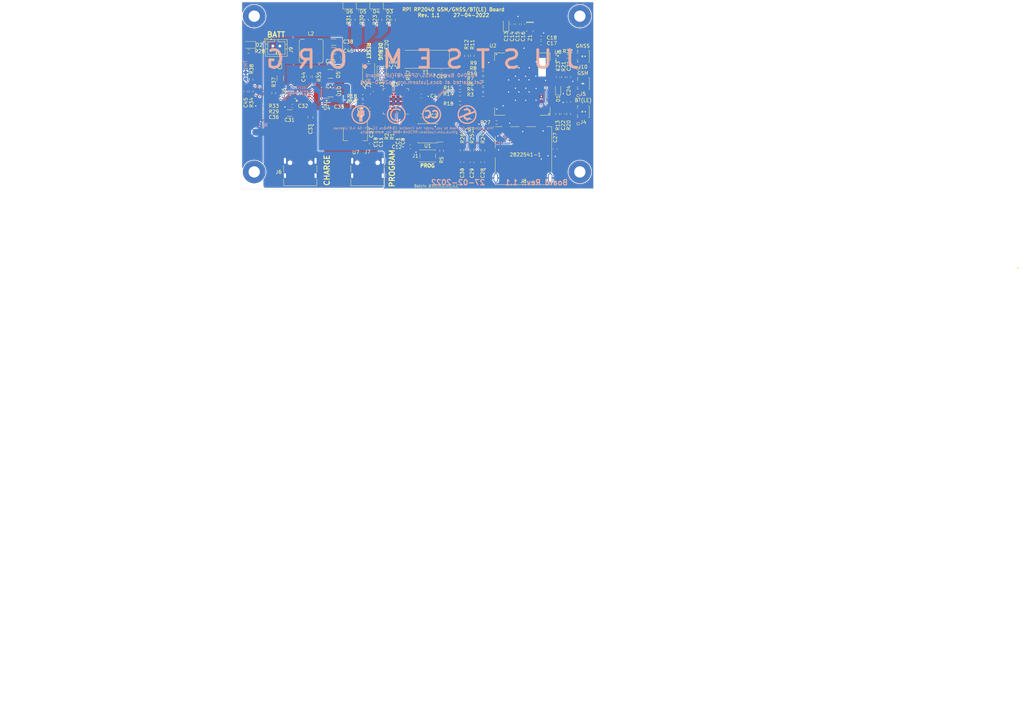
<source format=kicad_pcb>
(kicad_pcb (version 20211014) (generator pcbnew)
  (layers (0 "F.Cu" signal) (31 "B.Cu" signal) (34 "B.Paste" user) (35 "F.Paste" user) (36 "B.SilkS" user "B.Silkscreen") (37 "F.SilkS" user "F.Silkscreen") (38 "B.Mask" user) (39 "F.Mask" user) (44 "Edge.Cuts" user))
  (net 0 "")
  (net 1 "GND")
  (net 2 "+3V3")
  (net 3 "+1V1")
  (net 4 "/SIM_PWR")
  (net 5 "Net-(C19-Pad1)")
  (net 6 "Net-(C20-Pad1)")
  (net 7 "/SIM_GSM_ANT")
  (net 8 "/SIM_BT_ANT")
  (net 9 "Net-(C23-Pad2)")
  (net 10 "Net-(C24-Pad2)")
  (net 12 "/SIM_C_VDD")
  (net 13 "Net-(C28-Pad2)")
  (net 14 "Net-(C29-Pad2)")
  (net 15 "Net-(C30-Pad2)")
  (net 16 "/BCM_VBUS")
  (net 17 "Net-(C33-Pad1)")
  (net 18 "/BCM_VREF_1")
  (net 19 "/BOOST_OUT")
  (net 20 "/BCM_SW")
  (net 21 "Net-(C44-Pad2)")
  (net 22 "/BCM_VNTC")
  (net 23 "/SIM_C_DET")
  (net 24 "Net-(D2-Pad1)")
  (net 25 "Net-(D2-Pad2)")
  (net 26 "/USB_BOOT")
  (net 27 "Net-(J2-Pad1)")
  (net 28 "Net-(J3-Pad1)")
  (net 29 "Net-(J3-Pad3)")
  (net 31 "Net-(J10-Pad1)")
  (net 32 "/BCM_OTG")
  (net 33 "/BCM_DISC")
  (net 34 "/USB_D+")
  (net 35 "Net-(R1-Pad2)")
  (net 36 "/USB_D-")
  (net 37 "Net-(R2-Pad2)")
  (net 38 "/SIM_RI")
  (net 39 "Net-(R3-Pad2)")
  (net 40 "/SIM_DRT")
  (net 41 "Net-(R16-Pad2)")
  (net 42 "Net-(R5-Pad1)")
  (net 43 "/SIM_DCD")
  (net 44 "Net-(R6-Pad2)")
  (net 45 "/SIM_CTS")
  (net 46 "Net-(R7-Pad2)")
  (net 47 "/SIM_RX")
  (net 48 "Net-(R15-Pad2)")
  (net 49 "/SIM_TX")
  (net 50 "Net-(R9-Pad2)")
  (net 51 "/SIM_RTS")
  (net 52 "Net-(R10-Pad2)")
  (net 53 "/SIM_STATUS")
  (net 54 "Net-(R11-Pad2)")
  (net 55 "/SIM_PWRKEY")
  (net 56 "Net-(R12-Pad2)")
  (net 57 "/_GNSS_EN")
  (net 58 "Net-(R13-Pad2)")
  (net 59 "Net-(R17-Pad1)")
  (net 60 "/BCM_SCL")
  (net 61 "Net-(R18-Pad2)")
  (net 62 "/BCM_SDA")
  (net 63 "Net-(R19-Pad2)")
  (net 64 "/SIM_C_RST")
  (net 65 "/SIM_C_CLK")
  (net 66 "/SIM_C_DATA")
  (net 67 "/SIM_VDD_EXT")
  (net 68 "Net-(R29-Pad2)")
  (net 69 "Net-(R32-Pad1)")
  (net 70 "Net-(R33-Pad1)")
  (net 71 "/BCM_NTC")
  (net 72 "Net-(U1-Pad2)")
  (net 73 "Net-(U1-Pad3)")
  (net 74 "Net-(U1-Pad5)")
  (net 75 "Net-(U1-Pad6)")
  (net 76 "Net-(U1-Pad7)")
  (net 81 "/_GNSS_RXD")
  (net 82 "/_GNSS_TXD")
  (net 106 "/SIM_GNSS_ANT")
  (net 122 "/PROG_VBUS")
  (net 124 "/BCM_D+")
  (net 125 "/BCM_D-")
  (net 139 "/BCM_BATT")
  (net 140 "GNDPWR")
  (net 141 "/PI_VREG_IN")
  (net 142 "Net-(D3-Pad2)")
  (net 143 "Net-(D4-Pad2)")
  (net 144 "Net-(D5-Pad2)")
  (net 145 "Net-(D6-Pad2)")
  (net 146 "Net-(U3-Pad29)")
  (net 147 "Net-(U3-Pad30)")
  (net 148 "Net-(U3-Pad31)")
  (net 149 "Net-(U3-Pad32)")
  (footprint "Connector_USB:USB_C_Receptacle_HRO_TYPE-C-31-M-31" (layer "F.Cu") (at 107 52)
    (fp_text reference "J7")
    (fp_text value "USBC_PROG")
  )
  (footprint "Capacitor_SMD:C_1206_3216Metric_Pad1.33x1.80mm_HandSolder" (layer "F.Cu") (at 97.4213 17.78)
    (fp_text reference "C46")
    (fp_text value "22uF")
  )
  (footprint "Resistor_SMD:R_0603_1608Metric_Pad0.98x0.95mm_HandSolder" (layer "F.Cu") (at 74.1352 25.9021 90)
    (fp_text reference "R38")
    (fp_text value "R")
  )
  (footprint "Capacitor_SMD:C_0603_1608Metric_Pad1.08x0.95mm_HandSolder" (layer "F.Cu") (at 163.8352 32.2346 -90)
    (fp_text reference "C24")
    (fp_text value "DNF")
  )
  (footprint "Resistor_SMD:R_0603_1608Metric_Pad0.98x0.95mm_HandSolder" (layer "F.Cu") (at 163.5852 19.3346)
    (fp_text reference "R32")
    (fp_text value "0R")
  )
  (footprint "Capacitor_SMD:C_0603_1608Metric_Pad1.08x0.95mm_HandSolder" (layer "F.Cu") (at 139.5752 49.2446 90)
    (fp_text reference "C28")
    (fp_text value "100nF")
  )
  (footprint "Capacitor_SMD:C_0603_1608Metric_Pad1.08x0.95mm_HandSolder" (layer "F.Cu") (at 102.1352 33.6146 180)
    (fp_text reference "C35")
    (fp_text value "10uF")
  )
  (footprint "MP2624:MP2624GL" (layer "F.Cu") (at 88.59277 29.657704 90)
    (fp_text reference "U6")
    (fp_text value "MP2624GL" hide)
  )
  (footprint "MountingHole:MountingHole_3.2mm_M3_Pad" (layer "F.Cu") (at 75 52)
    (fp_text reference "H4" hide)
    (fp_text value "MountingHole")
  )
  (footprint "SIM868:XCVR_SIM868" (layer "F.Cu") (at 150.7492 27.1834)
    (fp_text reference "U2")
    (fp_text value "SIM868")
  )
  (footprint "Capacitor_SMD:C_1206_3216Metric_Pad1.33x1.80mm_HandSolder" (layer "F.Cu") (at 82.3602 25.5396 -90)
    (fp_text reference "C34")
    (fp_text value "22uF")
  )
  (footprint "Resistor_SMD:R_0603_1608Metric_Pad0.98x0.95mm_HandSolder" (layer "F.Cu") (at 106.7452 9.0121 -90)
    (fp_text reference "R30")
    (fp_text value "330")
  )
  (footprint "Resistor_SMD:R_0603_1608Metric_Pad0.98x0.95mm_HandSolder" (layer "F.Cu") (at 133.1602 32.5646)
    (fp_text reference "R16")
    (fp_text value "5.6k")
  )
  (footprint "Resistor_SMD:R_0603_1608Metric_Pad0.98x0.95mm_HandSolder" (layer "F.Cu") (at 73.4227 17.9396 180)
    (fp_text reference "R28")
    (fp_text value "1k")
  )
  (footprint "MountingHole:MountingHole_3.2mm_M3_Pad" (layer "F.Cu") (at 167 52)
    (fp_text reference "H3" hide)
    (fp_text value "MountingHole")
  )
  (footprint "Antenna:U.FL-R-SMT10" (layer "F.Cu") (at 168.0052 34.9814 90)
    (fp_text reference "J4")
    (fp_text value "BT(LE)")
  )
  (footprint "Capacitor_SMD:C_0603_1608Metric_Pad1.08x0.95mm_HandSolder" (layer "F.Cu") (at 160.8552 25.2321 -90)
    (fp_text reference "C23")
    (fp_text value "DNF")
  )
  (footprint "Resistor_SMD:R_0603_1608Metric_Pad0.98x0.95mm_HandSolder" (layer "F.Cu") (at 139.6352 25.6646 180)
    (fp_text reference "R7")
    (fp_text value "1k")
  )
  (footprint "Resistor_SMD:R_0603_1608Metric_Pad0.98x0.95mm_HandSolder" (layer "F.Cu") (at 105.6852 32.1646)
    (fp_text reference "R19")
    (fp_text value "10k")
  )
  (footprint "LED_SMD:LED_0805_2012Metric_Pad1.15x1.40mm_HandSolder" (layer "F.Cu") (at 109.5302 5.0046)
    (fp_text reference "D4")
    (fp_text value "LED")
  )
  (footprint "Capacitor_SMD:C_0603_1608Metric_Pad1.08x0.95mm_HandSolder" (layer "F.Cu") (at 127.9144 23.5712 180)
    (fp_text reference "C19")
    (fp_text value "27p")
  )
  (footprint "Connector_JST:JST_PH_B2B-PH-K_1x02_P2.00mm_Vertical" (layer "F.Cu") (at 80.2452 16.4426)
    (fp_text reference "J9")
    (fp_text value "BATTERY")
  )
  (footprint "Capacitor_SMD:C_0603_1608Metric_Pad1.08x0.95mm_HandSolder" (layer "F.Cu") (at 117.0262 40.6715 -90)
    (fp_text reference "C8")
    (fp_text value "100nF")
  )
  (footprint "LED_SMD:LED_0805_2012Metric_Pad1.15x1.40mm_HandSolder" (layer "F.Cu") (at 73.5352 16.1146 180)
    (fp_text reference "D2")
    (fp_text value "LED")
  )
  (footprint "Resistor_SMD:R_0603_1608Metric_Pad0.98x0.95mm_HandSolder" (layer "F.Cu") (at 105.6352 30.6646)
    (fp_text reference "R18")
    (fp_text value "10k")
  )
  (footprint "Capacitor_SMD:C_0603_1608Metric_Pad1.08x0.95mm_HandSolder" (layer "F.Cu") (at 112.3852 19.2046 90)
    (fp_text reference "C20")
    (fp_text value "27p")
  )
  (footprint "Resistor_SMD:R_0603_1608Metric_Pad0.98x0.95mm_HandSolder" (layer "F.Cu") (at 143.4852 38.0346)
    (fp_text reference "R27")
    (fp_text value "4.7k")
  )
  (footprint "Capacitor_SMD:C_0603_1608Metric_Pad1.08x0.95mm_HandSolder" (layer "F.Cu") (at 110.8032 40.5975 -90)
    (fp_text reference "C11")
    (fp_text value "1uF")
  )
  (footprint "Resistor_SMD:R_0603_1608Metric_Pad0.98x0.95mm_HandSolder" (layer "F.Cu") (at 114.3752 8.9946 -90)
    (fp_text reference "R22")
    (fp_text value "330")
  )
  (footprint "Resistor_SMD:R_0603_1608Metric_Pad0.98x0.95mm_HandSolder" (layer "F.Cu") (at 139.6352 22.6646 180)
    (fp_text reference "R8")
    (fp_text value "1k")
  )
  (footprint "Resistor_SMD:R_0603_1608Metric_Pad0.98x0.95mm_HandSolder" (layer "F.Cu") (at 136.5352 45.9121 90)
    (fp_text reference "R25")
    (fp_text value "22")
  )
  (footprint "Resistor_SMD:R_0603_1608Metric_Pad0.98x0.95mm_HandSolder" (layer "F.Cu") (at 163.8352 35.6146 90)
    (fp_text reference "R20")
    (fp_text value "0R")
  )
  (footprint "Resistor_SMD:R_0603_1608Metric_Pad0.98x0.95mm_HandSolder" (layer "F.Cu") (at 127.9482 46.0085 -90)
    (fp_text reference "R5")
    (fp_text value "1k")
  )
  (footprint "Resistor_SMD:R_0603_1608Metric_Pad0.98x0.95mm_HandSolder" (layer "F.Cu") (at 162.3752 25.2246 -90)
    (fp_text reference "R21")
    (fp_text value "0R")
  )
  (footprint "Package_TO_SOT_SMD:SOT-363_SC-70-6_Handsoldering" (layer "F.Cu") (at 135.8552 38.3146 180)
    (fp_text reference "CR1")
    (fp_text value "ESDA6V1-5W6")
  )
  (footprint "rpi:RP2040-QFN-56" (layer "F.Cu") (at 114.9942 32.062 180)
    (fp_text reference "U3")
    (fp_text value "RP2040")
  )
  (footprint "MountingHole:MountingHole_3.2mm_M3_Pad" (layer "F.Cu") (at 167 8)
    (fp_text reference "H2" hide)
    (fp_text value "MountingHole")
  )
  (footprint "Inductor_SMD:L_Sumida_CDMC6D28_7.25x6.5mm" (layer "F.Cu") (at 91.1098 17.8562 -90)
    (fp_text reference "L2")
    (fp_text value "1uH")
  )
  (footprint "Capacitor_SMD:C_0603_1608Metric_Pad1.08x0.95mm_HandSolder" (layer "F.Cu") (at 107.6352 35.9646)
    (fp_text reference "C6")
    (fp_text value "100nF")
  )
  (footprint "Resistor_SMD:R_0603_1608Metric_Pad0.98x0.95mm_HandSolder" (layer "F.Cu") (at 110.5552 9.0171 -90)
    (fp_text reference "R23")
    (fp_text value "330")
  )
  (footprint "Capacitor_SMD:C_0603_1608Metric_Pad1.08x0.95mm_HandSolder" (layer "F.Cu") (at 119.0582 44.889 180)
    (fp_text reference "C12")
    (fp_text value "100nF")
  )
  (footprint "Capacitor_SMD:C_0603_1608Metric_Pad1.08x0.95mm_HandSolder" (layer "F.Cu") (at 72.6052 29.2596 90)
    (fp_text reference "C45")
    (fp_text value "100nF")
  )
  (footprint "LM66200:LM66200DRLR" (layer "F.Cu") (at 96.5202 29.506956 180)
    (fp_text reference "U10")
    (fp_text value "LM66200DRLR" hide)
  )
  (footprint "Resistor_SMD:R_0603_1608Metric_Pad0.98x0.95mm_HandSolder" (layer "F.Cu") (at 74.1352 29.2721 90)
    (fp_text reference "R34")
    (fp_text value "R")
  )
  (footprint "Capacitor_SMD:C_0603_1608Metric_Pad1.08x0.95mm_HandSolder" (layer "F.Cu") (at 115.3498 24.7976 -90)
    (fp_text reference "C5")
    (fp_text value "100nF")
  )
  (footprint "Resistor_SMD:R_0603_1608Metric_Pad0.98x0.95mm_HandSolder" (layer "F.Cu") (at 139.63375 28.6646 180)
    (fp_text reference "R4")
    (fp_text value "1k")
  )
  (footprint "Connector_PinSocket_1.27mm:PinSocket_1x03_P1.27mm_Vertical" (layer "F.Cu") (at 111.0402 25.3396 180)
    (fp_text reference "J3")
    (fp_text value "DEBUG")
  )
  (footprint "Capacitor_SMD:C_1206_3216Metric_Pad1.33x1.80mm_HandSolder" (layer "F.Cu") (at 97.4213 15.3416)
    (fp_text reference "C38")
    (fp_text value "22uF")
  )
  (footprint "Capacitor_SMD:C_0603_1608Metric_Pad1.08x0.95mm_HandSolder" (layer "F.Cu") (at 160.0552 45.5146 90)
    (fp_text reference "C27")
    (fp_text value "100nF")
  )
  (footprint "Resistor_SMD:R_0603_1608Metric_Pad0.98x0.95mm_HandSolder" (layer "F.Cu") (at 134.9602 19.2146 -90)
    (fp_text reference "R12")
    (fp_text value "1k")
  )
  (footprint "Resistor_SMD:R_0603_1608Metric_Pad0.98x0.95mm_HandSolder" (layer "F.Cu") (at 133.7452 45.8746 90)
    (fp_text reference "R26")
    (fp_text value "22")
  )
  (footprint "Package_TO_SOT_SMD:SOT-223" (layer "F.Cu") (at 103.5852 41.2646 -90)
    (fp_text reference "U7")
    (fp_text value "NCP1117LPST33T3G")
  )
  (footprint "Capacitor_SMD:C_0603_1608Metric_Pad1.08x0.95mm_HandSolder" (layer "F.Cu") (at 115.5022 40.6715 90)
    (fp_text reference "C1")
    (fp_text value "100nF")
  )
  (footprint "Resistor_SMD:R_0603_1608Metric_Pad0.98x0.95mm_HandSolder" (layer "F.Cu") (at 102.9552 9.0021 -90)
    (fp_text reference "R31")
    (fp_text value "330")
  )
  (footprint "Capacitor_SMD:C_0603_1608Metric_Pad1.08x0.95mm_HandSolder" (layer "F.Cu") (at 107.6352 34.4146)
    (fp_text reference "C7")
    (fp_text value "100nF")
  )
  (footprint "Resistor_SMD:R_0603_1608Metric_Pad0.98x0.95mm_HandSolder" (layer "F.Cu") (at 80.5252 29.7471 90)
    (fp_text reference "R37")
    (fp_text value "100k")
  )
  (footprint "Diode_SMD:D_0603_1608Metric_Pad1.05x0.95mm_HandSolder" (layer "F.Cu") (at 160.8552 28.6071 90)
    (fp_text reference "D1")
    (fp_text value "D_TVS")
  )
  (footprint "LED_SMD:LED_0805_2012Metric_Pad1.15x1.40mm_HandSolder" (layer "F.Cu") (at 105.7252 5.0046)
    (fp_text reference "D5")
    (fp_text value "LED")
  )
  (footprint "Resistor_SMD:R_0603_1608Metric_Pad0.98x0.95mm_HandSolder" (layer "F.Cu") (at 160.7352 35.6146 -90)
    (fp_text reference "R13")
    (fp_text value "10k")
  )
  (footprint "Capacitor_SMD:C_0603_1608Metric_Pad1.08x0.95mm_HandSolder" (layer "F.Cu") (at 133.7452 49.2246 90)
    (fp_text reference "C30")
    (fp_text value "100nF")
  )
  (footprint "Capacitor_SMD:C_0603_1608Metric_Pad1.08x0.95mm_HandSolder" (layer "F.Cu") (at 108.2352 29.6146 -45)
    (fp_text reference "C3")
    (fp_text value "100nF")
  )
  (footprint "SAFF:SAFFB1G56KB0F5F" (layer "F.Cu") (at 160.8352 19.5246)
    (fp_text reference "U8")
    (fp_text value "SAFFB1G56KB0F5F" hide)
  )
  (footprint "Capacitor_SMD:C_0603_1608Metric_Pad1.08x0.95mm_HandSolder" (layer "F.Cu") (at 136.5352 49.2671 90)
    (fp_text reference "C29")
    (fp_text value "100nF")
  )
  (footprint "Capacitor_SMD:C_0603_1608Metric_Pad1.08x0.95mm_HandSolder" (layer "F.Cu") (at 122.18 30.5592 180)
    (fp_text reference "C4")
    (fp_text value "100nF")
  )
  (footprint "Resistor_SMD:R_0603_1608Metric_Pad0.98x0.95mm_HandSolder" (layer "F.Cu") (at 139.5752 45.8946 90)
    (fp_text reference "R24")
    (fp_text value "22")
  )
  (footprint "Resistor_SMD:R_0603_1608Metric_Pad0.98x0.95mm_HandSolder" (layer "F.Cu") (at 77.4852 34.9446)
    (fp_text reference "R29")
    (fp_text value "2k")
  )
  (footprint "Capacitor_SMD:C_0603_1608Metric_Pad1.08x0.95mm_HandSolder" (layer "F.Cu") (at 77.4852 36.5046)
    (fp_text reference "C36")
    (fp_text value "10uF")
  )
  (footprint "SIMCard:2822541-1" (layer "F.Cu") (at 151.0602 47.3896)
    (fp_text reference "J8")
    (fp_text value "2822541-1")
  )
  (footprint "Capacitor_SMD:C_0603_1608Metric_Pad1.08x0.95mm_HandSolder" (layer "F.Cu") (at 156.0152 14.0746 180)
    (fp_text reference "C18")
    (fp_text value "100nF")
  )
  (footprint "Resistor_SMD:R_0603_1608Metric_Pad0.98x0.95mm_HandSolder" (layer "F.Cu") (at 133.1385 28.1656)
    (fp_text reference "R15")
    (fp_text value "5.6k")
  )
  (footprint "Resistor_SMD:R_0603_1608Metric_Pad0.98x0.95mm_HandSolder" (layer "F.Cu") (at 139.63375 21.1646 180)
    (fp_text reference "R9")
    (fp_text value "1k")
  )
  (footprint "Capacitor_SMD:C_0603_1608Metric_Pad1.08x0.95mm_HandSolder" (layer "F.Cu") (at 162.2552 35.6146 -90)
    (fp_text reference "C22")
    (fp_text value "DNF")
  )
  (footprint "Capacitor_SMD:C_0603_1608Metric_Pad1.08x0.95mm_HandSolder" (layer "F.Cu") (at 108.0352 44.0246 90)
    (fp_text reference "C37")
    (fp_text value "10uF")
  )
  (footprint "MountingHole:MountingHole_3.2mm_M3_Pad" (layer "F.Cu") (at 75 8)
    (fp_text reference "H1" hide)
    (fp_text value "MountingHole")
  )
  (footprint "Crystal:Crystal_SMD_HC49-SD" (layer "F.Cu") (at 123.4602 20.1646 180)
    (fp_text reference "Y1")
    (fp_text value "Crystal")
  )
  (footprint "Capacitor_Tantalum_SMD:CP_EIA-2012-15_AVX-P_Pad1.30x1.05mm_HandSolder" (layer "F.Cu") (at 146.1652 10.3476 90)
    (fp_text reference "C13")
    (fp_text value "100uF")
  )
  (footprint "Resistor_SMD:R_0603_1608Metric_Pad0.98x0.95mm_HandSolder" (layer "F.Cu") (at 113.9782 39.3245 90)
    (fp_text reference "R1")
    (fp_text value "27.4")
  )
  (footprint "LM66200:LM66200DRLR" (layer "F.Cu") (at 96.5352 24.3146 180)
    (fp_text reference "U5")
    (fp_text value "LM66200DRLR" hide)
  )
  (footprint "DigiKey-Library:SOD-123" (layer "F.Cu") (at 152.908 10.9474 -90)
    (fp_text reference "Z1")
    (fp_text value "MMSZ5231BT1G")
  )
  (footprint "Capacitor_SMD:C_0603_1608Metric_Pad1.08x0.95mm_HandSolder" (layer "F.Cu") (at 122.2078 36.126 180)
    (fp_text reference "C2")
    (fp_text value "100nF")
  )
  (footprint "TI_LV74XXG6:SN74LVC1G66DRYR" (layer "F.Cu") (at 95.4552 32.1546)
    (fp_text reference "U4")
    (fp_text value "SN74LVC1G66DRYR" hide)
  )
  (footprint "Capacitor_SMD:C_0603_1608Metric_Pad1.08x0.95mm_HandSolder" (layer "F.Cu") (at 150.9552 10.2362 90)
    (fp_text reference "C16")
    (fp_text value "10pF")
  )
  (footprint "Resistor_SMD:R_0603_1608Metric_Pad0.98x0.95mm_HandSolder" (layer "F.Cu") (at 139.63375 27.1646 180)
    (fp_text reference "R6")
    (fp_text value "1k")
  )
  (footprint "Resistor_SMD:R_0603_1608Metric_Pad0.98x0.95mm_HandSolder" (layer "F.Cu") (at 139.6352 30.1646 180)
    (fp_text reference "R3")
    (fp_text value "1k")
  )
  (footprint "Resistor_SMD:R_0603_1608Metric_Pad0.98x0.95mm_HandSolder" (layer "F.Cu") (at 136.6102 19.2146 -90)
    (fp_text reference "R11")
    (fp_text value "1k")
  )
  (footprint "Capacitor_SMD:C_0603_1608Metric_Pad1.08x0.95mm_HandSolder" (layer "F.Cu") (at 163.9152 25.2321 90)
    (fp_text reference "C21")
    (fp_text value "DNF")
  )
  (footprint "Resistor_SMD:R_0603_1608Metric_Pad0.98x0.95mm_HandSolder" (layer "F.Cu") (at 91.8972 25.1206 -90)
    (fp_text reference "R35")
    (fp_text value "100k")
  )
  (footprint "Antenna:U.FL-R-SMT10" (layer "F.Cu") (at 168.0052 19.3446 90)
    (fp_text reference "J10")
    (fp_text value "GNSS")
  )
  (footprint "Capacitor_SMD:C_0603_1608Metric_Pad1.08x0.95mm_HandSolder" (layer "F.Cu") (at 85.7552 33.3946)
    (fp_text reference "C32")
    (fp_text value "1uF")
  )
  (footprint "Connector_USB:USB_C_Receptacle_HRO_TYPE-C-31-M-31" (layer "F.Cu") (at 88 52)
    (fp_text reference "J6")
    (fp_text value "USBC_CHARGE")
  )
  (footprint "Capacitor_SMD:C_0603_1608Metric_Pad1.08x0.95mm_HandSolder" (layer "F.Cu") (at 113.8004 24.7976 90)
    (fp_text reference "C9")
    (fp_text value "100nF")
  )
  (footprint "Capacitor_SMD:C_0603_1608Metric_Pad1.08x0.95mm_HandSolder" (layer "F.Cu") (at 109.2792 40.571 90)
    (fp_text reference "C10")
    (fp_text value "1uF")
  )
  (footprint "Resistor_SMD:R_0603_1608Metric_Pad0.98x0.95mm_HandSolder" (layer "F.Cu") (at 77.4952 33.3646 180)
    (fp_text reference "R33")
    (fp_text value "16.16k")
  )
  (footprint "Capacitor_SMD:C_1206_3216Metric_Pad1.33x1.80mm_HandSolder" (layer "F.Cu") (at 85.0152 35.3746)
    (fp_text reference "C31")
    (fp_text value "4.7uF")
  )
  (footprint "LED_SMD:LED_0805_2012Metric_Pad1.15x1.40mm_HandSolder" (layer "F.Cu") (at 113.3352 5.0146)
    (fp_text reference "D3")
    (fp_text value "LED")
  )
  (footprint "Resistor_SMD:R_0603_1608Metric_Pad0.98x0.95mm_HandSolder" (layer "F.Cu") (at 117.0262 24.7195 90)
    (fp_text reference "R17")
    (fp_text value "1k")
  )
  (footprint "Capacitor_SMD:C_0603_1608Metric_Pad1.08x0.95mm_HandSolder" (layer "F.Cu") (at 156.0152 15.6246)
    (fp_text reference "C17")
    (fp_text value "10uF")
  )
  (footprint "Antenna:U.FL-R-SMT10" (layer "F.Cu") (at 168.0252 27.0346 90)
    (fp_text reference "J5")
    (fp_text value "GSM")
  )
  (footprint "Button_Switch_SMD:TS-1145A-C-A" (layer "F.Cu") (at 107.3152 23.6446 -90)
    (fp_text reference "J2")
    (fp_text value "RESET")
  )
  (footprint "Capacitor_SMD:C_0603_1608Metric_Pad1.08x0.95mm_HandSolder" (layer "F.Cu") (at 99.7352 20.7646)
    (fp_text reference "C26")
    (fp_text value "10uF")
  )
  (footprint "Capacitor_SMD:C_0603_1608Metric_Pad1.08x0.95mm_HandSolder" (layer "F.Cu") (at 147.828 10.2362 90)
    (fp_text reference "C14")
    (fp_text value "10uF")
  )
  (footprint "Resistor_SMD:R_0603_1608Metric_Pad0.98x0.95mm_HandSolder" (layer "F.Cu") (at 133.1366 30.0198)
    (fp_text reference "R14")
    (fp_text value "5.6k")
  )
  (footprint "Capacitor_SMD:C_0805_2012Metric_Pad1.18x1.45mm_HandSolder" (layer "F.Cu") (at 90.8812 36.5671 -90)
    (fp_text reference "C33")
    (fp_text value "4.7uF")
  )
  (footprint "Capacitor_SMD:C_0603_1608Metric_Pad1.08x0.95mm_HandSolder" (layer "F.Cu") (at 149.352 10.2362 90)
    (fp_text reference "C15")
    (fp_text value "33pF")
  )
  (footprint "Resistor_SMD:R_0603_1608Metric_Pad0.98x0.95mm_HandSolder" (layer "F.Cu") (at 112.4542 39.2775 90)
    (fp_text reference "R2")
    (fp_text value "27.4")
  )
  (footprint "Button_Switch_SMD:TS-1145A-C-A" (layer "F.Cu") (at 124.0366 47.4798 180)
    (fp_text reference "J1")
    (fp_text value "BOOTSEL")
  )
  (footprint "Resistor_SMD:R_0603_1608Metric_Pad0.98x0.95mm_HandSolder" (layer "F.Cu") (at 139.6352 24.1646 180)
    (fp_text reference "R10")
    (fp_text value "1k")
  )
  (footprint "Capacitor_SMD:C_0603_1608Metric_Pad1.08x0.95mm_HandSolder" (layer "F.Cu") (at 90.3732 25.1714 -90)
    (fp_text reference "C44")
    (fp_text value "470nF")
  )
  (footprint "LED_SMD:LED_0805_2012Metric_Pad1.15x1.40mm_HandSolder" (layer "F.Cu") (at 101.9152 5.0046)
    (fp_text reference "D6")
    (fp_text value "LED")
  )
  (footprint "Package_SO:SOIC-8_5.23x5.23mm_P1.27mm" (layer "F.Cu") (at 124.0112 41.079 180)
    (fp_text reference "U1")
    (fp_text value "W25Q128JVS")
  )
  (footprint "Symbol:Symbol_CC-Noncommercial_SilkscreenTop_Small" (layer "B.Cu") (at 135.1352 35.7896 180)
    (fp_text reference "REF**" hide)
    (fp_text value "Symbol_CC-Noncommercial_SilkscreenTop_Small")
  )
  (footprint "Symbol:Symbol_CC-Attribution_SilkscreenTop_Small" (layer "B.Cu") (at 105.1352 35.7896 180)
    (fp_text reference "REF**" hide)
    (fp_text value "Symbol_CC-Attribution_SilkscreenTop_Small")
  )
  (footprint "Symbol:Symbol_CC-ShareAlike_SilkscreenTop_Small" (layer "B.Cu") (at 115.1352 35.7896 180)
    (fp_text reference "REF**" hide)
    (fp_text value "Symbol_CC-ShareAlike_SilkscreenTop_Small")
  )
  (footprint "Resistor_SMD:R_0603_1608Metric_Pad0.98x0.95mm_HandSolder" (layer "B.Cu") (at 72.6102 24.8396 90)
    (fp_text reference "TH1")
    (fp_text value "10K")
  )
  (footprint "Symbol:Symbol_CreativeCommons_SilkscreenTop_Type2_Small" (layer "B.Cu") (at 125.1352 35.7896 180)
    (fp_text reference "REF**" hide)
    (fp_text value "Symbol_CreativeCommons_SilkscreenTop_Type2_Small")
  )
  (footprint "NetTie:NetTie-2_SMD_Pad2.0mm" (layer "B.Cu") (at 77.4352 40.7646 180)
    (fp_text reference "NT1")
    (fp_text value "NetTie_2")
  )
  (gr_rect (start 71.3952 3.8646) (end 170.9852 56.8646) (layer "Edge.Cuts") (width 0.05) (fill none))
  (gr_text "J U S T S E M . O R G" (at 122.6102 20.1896) (layer "B.SilkS") (effects (font (size 5 5) (thickness 0.8)) (justify mirror)))
  (gr_text "Get started at docs.justsem.org/rp2040-868" (at 122.2852 26.6646) (layer "B.SilkS") (effects (font (size 1 1)) (justify mirror)))
  (gr_text "This project is licensed to you under the Creative Commons CC-BY-SA 4.0 License.\nSee github.com/justSem/RP2040-868 for more details" (at 119.9602 40.1896) (layer "B.SilkS") (effects (font (size 0.7 0.7) (thickness 0.1)) (justify mirror)))
  (gr_text "RP2040 Based GNSS/GPRS/BT(LE) Board" (at 122.2852 24.7146) (layer "B.SilkS") (effects (font (size 1 1)) (justify mirror)))
  (gr_text "Board Rev.: 1.1     27-02-2022" (at 144.2952 54.9846) (layer "B.SilkS") (effects (font (size 1.5 1.5) (thickness 0.3)) (justify mirror)))
  (gr_text "DEBUG" (at 110.6652 17.9646 270) (layer "F.SilkS") (effects (font (size 1 1) (thickness 0.25))))
  (gr_text "PROGRAM" (at 113.9352 50.9896 90) (layer "F.SilkS") (effects (font (size 1.5 1.5) (thickness 0.3))))
  (gr_text "RPi RP2040 GSM/GNSS/BT(LE) Board\nRev. 1.1     27-04-2022" (at 131.2852 6.9146) (layer "F.SilkS") (effects (font (size 1 1) (thickness 0.2))))
  (gr_text "Batch: #JLCJLCJLCJLC" (at 126.4352 55.9646) (layer "F.SilkS") (effects (font (size 0.75 0.75) (thickness 0.1))))
  (gr_text "CHARGE" (at 95.5352 51.5246 90) (layer "F.SilkS") (effects (font (size 1.5 1.5) (thickness 0.3))))
  (gr_text "BATT" (at 81.1852 13.2146) (layer "F.SilkS") (effects (font (size 1.5 1.5) (thickness 0.3))))
  (gr_text "RESET" (at 107.3152 17.7446 270) (layer "F.SilkS") (effects (font (size 1 1) (thickness 0.25))))
  (gr_text "PROG" (at 123.9252 50.2346) (layer "F.SilkS") (effects (font (size 1 1) (thickness 0.25))))
  (segment (start 94.755201 32.654599) (end 94.5952 32.8146) (width 0.15) (layer "F.Cu") (net 1))
  (segment (start 116.4336 27.4574) (end 116.7384 27.4574) (width 0.2) (layer "F.Cu") (net 1))
  (segment (start 108.5052 5.0046) (end 108.5052 6.0446) (width 0.15) (layer "F.Cu") (net 1))
  (segment (start 146.1654 9.3724) (end 152.908 9.3724) (width 0.25) (layer "F.Cu") (net 1))
  (segment (start 139.5752 50.44386) (end 140.2552 51.12386) (width 0.2) (layer "F.Cu") (net 1))
  (segment (start 72.4602 27.1646) (end 72.6052 27.3096) (width 0.15) (layer "F.Cu") (net 1))
  (segment (start 112.3102 5.0146) (end 112.3102 6.2396) (width 0.15) (layer "F.Cu") (net 1))
  (segment (start 120.7174 46.4048) (end 120.7092 46.413) (width 0.2) (layer "F.Cu") (net 1))
  (segment (start 155.310199 39.5151) (end 155.310199 39.989599) (width 0.2) (layer "F.Cu") (net 1))
  (segment (start 121.8866 46.4048) (end 120.7174 46.4048) (width 0.2) (layer "F.Cu") (net 1))
  (segment (start 138.3052 38.3146) (end 138.4952 38.5046) (width 0.2) (layer "F.Cu") (net 1))
  (segment (start 163.2877 31.3721) (end 163.8352 31.3721) (width 0.2) (layer "F.Cu") (net 1))
  (segment (start 123.1125 30.6292) (end 123.0425 30.5592) (width 0.2) (layer "F.Cu") (net 1))
  (segment (start 112.3102 6.2396) (end 112.1352 6.4146) (width 0.15) (layer "F.Cu") (net 1))
  (segment (start 118.1957 44.889) (end 117.0262 44.889) (width 0.2) (layer "F.Cu") (net 1))
  (segment (start 168.5452 34.9946) (end 168.0052 34.4546) (width 0.2) (layer "F.Cu") (net 1))
  (segment (start 168.0052 18.8646) (end 168.0052 17.8714) (width 0.2) (layer "F.Cu") (net 1))
  (segment (start 143.2102 41.1996) (end 143.8552 41.8446) (width 0.2) (layer "F.Cu") (net 1))
  (segment (start 94.8152 32.1546) (end 94.5952 32.3746) (width 0.15) (layer "F.Cu") (net 1))
  (segment (start 97.3353 23.564411) (end 98.152389 23.564411) (width 0.15) (layer "F.Cu") (net 1))
  (segment (start 157.330701 41.120101) (end 156.6252 40.4146) (width 0.2) (layer "F.Cu") (net 1))
  (segment (start 160.8313 19.046) (end 160.8313 18.0846) (width 0.15) (layer "F.Cu") (net 1))
  (segment (start 160.8552 24.3696) (end 160.8552 23.0602) (width 0.2) (layer "F.Cu") (net 1))
  (segment (start 145.3992 25.0834) (end 146.5492 25.0834) (width 0.25) (layer "F.Cu") (net 1))
  (segment (start 94.3352 33.6646) (end 94.5952 33.4046) (width 0.15) (layer "F.Cu") (net 1))
  (segment (start 168.5452 34.9946) (end 168.0052 35.5346) (width 0.2) (layer "F.Cu") (net 1))
  (segment (start 72.6052 27.3096) (end 72.6052 28.3971) (width 0.15) (layer "F.Cu") (net 1))
  (segment (start 104.7002 5.0046) (end 104.7102 5.0146) (width 0.15) (layer "F.Cu") (net 1))
  (segment (start 164.7052 26.0946) (end 165.0052 26.3946) (width 0.2) (layer "F.Cu") (net 1))
  (segment (start 149.5102 8.0646) (end 149.5102 8.2932) (width 0.25) (layer "F.Cu") (net 1))
  (segment (start 91.1606 27.9654) (end 90.542771 28.583229) (width 0.15) (layer "F.Cu") (net 1))
  (segment (start 95.7351 21.7653) (end 96.3041 21.1963) (width 0.15) (layer "F.Cu") (net 1))
  (segment (start 97.3203 28.756767) (end 98.065433 28.756767) (width 0.15) (layer "F.Cu") (net 1))
  (segment (start 105.3552 33.9546) (end 105.3552 34.5471) (width 0.2) (layer "F.Cu") (net 1))
  (segment (start 151.8492 17.407) (end 151.8492 18.3834) (width 0.2) (layer "F.Cu") (net 1))
  (segment (start 159.7011 21.1334) (end 158.5992 21.1334) (width 0.2) (layer "F.Cu") (net 1))
  (segment (start 115.5022 41.534) (end 115.5022 42.73) (width 0.2) (layer "F.Cu") (net 1))
  (segment (start 158.5992 24.4334) (end 158.315996 24.4334) (width 0.25) (layer "F.Cu") (net 1))
  (segment (start 168.4852 19.3446) (end 168.0052 19.8246) (width 0.2) (layer "F.Cu") (net 1))
  (segment (start 163.9152 26.0946) (end 164.7052 26.0946) (width 0.2) (layer "F.Cu") (net 1))
  (segment (start 155.7352 40.4146) (end 156.6252 40.4146) (width 0.2) (layer "F.Cu") (net 1))
  (segment (start 124.17 30.6292) (end 123.1125 30.6292) (width 0.2) (layer "F.Cu") (net 1))
  (segment (start 105.3552 34.5471) (end 106.7727 35.9646) (width 0.2) (layer "F.Cu") (net 1))
  (segment (start 106.6552 21.4946) (end 107.3452 20.8046) (width 0.15) (layer "F.Cu") (net 1))
  (segment (start 168.0052 35.5346) (end 168.0052 36.4546) (width 0.2) (layer "F.Cu") (net 1))
  (segment (start 117.0262 41.534) (end 117.0262 42.73) (width 0.2) (layer "F.Cu") (net 1))
  (segment (start 160.8552 29.4821) (end 161.8927 29.4821) (width 0.2) (layer "F.Cu") (net 1))
  (segment (start 106.3352 28.3646) (end 106.9352 28.3646) (width 0.2) (layer "F.Cu") (net 1))
  (segment (start 157.3276 26.9118) (end 158.1492 27.7334) (width 0.25) (layer "F.Cu") (net 1))
  (segment (start 95.2352 28.2448) (end 95.2352 28.271867) (width 0.15) (layer "F.Cu") (net 1))
  (segment (start 100.8902 6.2096) (end 100.6977 6.4021) (width 0.15) (layer "F.Cu") (net 1))
  (segment (start 158.360201 49.205101) (end 158.360201 47.779601) (width 0.2) (layer "F.Cu") (net 1))
  (segment (start 106.1352 33.9346) (end 106.6152 34.4146) (width 0.2) (layer "F.Cu") (net 1))
  (segment (start 126.0541 24.569) (end 125.9162 24.569) (width 0.2) (layer "F.Cu") (net 1))
  (segment (start 156.6252 39.3001) (end 156.6252 40.4146) (width 0.2) (layer "F.Cu") (net 1))
  (segment (start 85.3352 28.4146) (end 85.578052 28.657452) (width 0.2) (layer "F.Cu") (net 1))
  (segment (start 105.3752 33.9346) (end 105.3552 33.9546) (width 0.2) (layer "F.Cu") (net 1))
  (segment (start 136.5352 50.1296) (end 136.5352 51.2446) (width 0.2) (layer "F.Cu") (net 1))
  (segment (start 112.3552 17.11985) (end 112.3552 18.28935) (width 0.2) (layer "F.Cu") (net 1))
  (segment (start 146.5492 25.0834) (end 147.8492 23.7834) (width 0.25) (layer "F.Cu") (net 1))
  (segment (start 161.2313 20.0032) (end 160.8313 20.0032) (width 0.2) (layer "F.Cu") (net 1))
  (segment (start 98.152389 23.564411) (end 98.2472 23.4696) (width 0.15) (layer "F.Cu") (net 1))
  (segment (start 90.542771 28.583229) (end 90.542771 28.657452) (width 0.15) (layer "F.Cu") (net 1))
  (segment (start 168.0052 27.0146) (end 168.0052 26.1614) (width 0.2) (layer "F.Cu") (net 1))
  (segment (start 168.025801 27.113999) (end 168.0652 27.0746) (width 0.2) (layer "F.Cu") (net 1))
  (segment (start 76.5827 33.3646) (end 75.4352 33.3646) (width 0.2) (layer "F.Cu") (net 1))
  (segment (start 168.0052 34.4546) (end 168.0052 33.5082) (width 0.2) (layer "F.Cu") (net 1))
  (segment (start 143.1602 46.6251) (end 143.1947 46.6251) (width 0.2) (layer "F.Cu") (net 1))
  (segment (start 76.7752 37.8146) (end 77.0377 37.8146) (width 0.2) (layer "F.Cu") (net 1))
  (segment (start 161.8927 29.4821) (end 162.2852 29.8746) (width 0.2) (layer "F.Cu") (net 1))
  (segment (start 113.8004 23.9351) (end 113.8004 22.7148) (width 0.2) (layer "F.Cu") (net 1))
  (segment (start 95.2352 28.271867) (end 95.7201 28.756767) (width 0.15) (layer "F.Cu") (net 1))
  (segment (start 146.225201 39.4801) (end 146.225201 39.164599) (width 0.2) (layer "F.Cu") (net 1))
  (segment (start 132.2241 30.0198) (end 131.13 30.0198) (width 0.2) (layer "F.Cu") (net 1))
  (segment (start 150.860302 40.589498) (end 150.8552 40.5946) (width 0.2) (layer "F.Cu") (net 1))
  (segment (start 106.1352 33.9346) (end 105.3752 33.9346) (width 0.2) (layer "F.Cu") (net 1))
  (segment (start 160.0752 47.6046) (end 160.0552 47.5846) (width 0.2) (layer "F.Cu") (net 1))
  (segment (start 105.8852 36.9646) (end 105.8852 38.1146) (width 0.2) (layer "F.Cu") (net 1))
  (segment (start 160.22915 20.60535) (end 159.7011 21.1334) (width 0.2) (layer "F.Cu") (net 1))
  (segment (start 105.2352 36.3146) (end 105.8852 36.9646) (width 0.2) (layer "F.Cu") (net 1))
  (segment (start 168.025801 28.509601) (end 168.025801 27.113999) (width 0.2) (layer "F.Cu") (net 1))
  (segment (start 150.860302 39.480101) (end 150.860302 40.589498) (width 0.2) (layer "F.Cu") (net 1))
  (segment (start 162.2552 34.7521) (end 162.2552 32.4046) (width 0.2) (layer "F.Cu") (net 1))
  (segment (start 115.9942 28.6245) (end 115.9942 27.8968) (width 0.2) (layer "F.Cu") (net 1))
  (segment (start 151.2316 17.0434) (end 151.8492 17.407) (width 0.2) (layer "F.Cu") (net 1))
  (segment (start 156.8777 14.0746) (end 156.8777 12.8851) (width 0.25) (layer "F.Cu") (net 1))
  (segment (start 77.0377 37.8146) (end 78.3477 36.5046) (width 0.2) (layer "F.Cu") (net 1))
  (segment (start 95.085201 32.654599) (end 94.755201 32.654599) (width 0.15) (layer "F.Cu") (net 1))
  (segment (start 107.57532 29.00472) (end 107.62532 29.00472) (width 0.2) (layer "F.Cu") (net 1))
  (segment (start 85.578052 28.657452) (end 86.642769 28.657452) (width 0.2) (layer "F.Cu") (net 1))
  (segment (start 102.9852 33.5871) (end 102.9852 34.7421) (width 0.2) (layer "F.Cu") (net 1))
  (segment (start 162.2552 32.4046) (end 162.2752 32.3846) (width 0.2) (layer "F.Cu") (net 1))
  (segment (start 110.8032 42.603) (end 110.8032 41.46) (width 0.2) (layer "F.Cu") (net 1))
  (segment (start 124.2652 36.126) (end 123.0703 36.126) (width 0.2) (layer "F.Cu") (net 1))
  (segment (start 109.1602 44.6396) (end 108.9127 44.8871) (width 0.15) (layer "F.Cu") (net 1))
  (segment (start 158.360201 47.779601) (end 158.0252 47.4446) (width 0.2) (layer "F.Cu") (net 1))
  (segment (start 149.5102 8.2932) (end 149.352 8.4514) (width 0.25) (layer "F.Cu") (net 1))
  (segment (start 74.1352 24.9896) (end 74.1352 23.9396) (width 0.15) (layer "F.Cu") (net 1))
  (segment (start 162.2752 32.3846) (end 163.2877 31.3721) (width 0.2) (layer "F.Cu") (net 1))
  (segment (start 156.8777 12.8851) (end 156.7688 12.7762) (width 0.25) (layer "F.Cu") (net 1))
  (segment (start 156.470199 48.669599) (end 156.1052 48.3046) (width 0.2) (layer "F.Cu") (net 1))
  (segment (start 127.0519 23.5712) (end 126.0541 24.569) (width 0.2) (layer "F.Cu") (net 1))
  (segment (start 96.949289 25.4508) (end 97.3353 25.064789) (width 0.15) (layer "F.Cu") (net 1))
  (segment (start 160.8313 20.0032) (end 160.22915 20.60535) (width 0.2) (layer "F.Cu") (net 1))
  (segment (start 157.3276 26.1366) (end 157.3276 26.9118) (width 0.25) (layer "F.Cu") (net 1))
  (segment (start 143.1947 46.6251) (end 144.0352 45.7846) (width 0.2) (layer "F.Cu") (net 1))
  (segment (start 139.5752 50.1071) (end 139.5752 50.44386) (width 0.2) (layer "F.Cu") (net 1))
  (segment (start 109.2792 42.603) (end 109.2792 41.4335) (width 0.2) (layer "F.Cu") (net 1))
  (segment (start 96.6216 25.4508) (end 96.949289 25.4508) (width 0.15) (layer "F.Cu") (net 1))
  (segment (start 94.5952 32.3746) (end 94.5952 32.8146) (width 0.15) (layer "F.Cu") (net 1))
  (segment (start 168.0652 27.0746) (end 168.0052 27.0146) (width 0.2) (layer "F.Cu") (net 1))
  (segment (start 106.2402 21.4946) (end 106.6552 21.4946) (width 0.15) (layer "F.Cu") (net 1))
  (segment (start 127.6112 39.174) (end 126.1702 39.174) (width 0.2) (layer "F.Cu") (net 1))
  (segment (start 104.7102 6.2146) (end 104.4852 6.4396) (width 0.15) (layer "F.Cu") (net 1))
  (segment (start 143.2102 40.6551) (end 143.2102 41.1996) (width 0.2) (layer "F.Cu") (net 1))
  (segment (start 156.8777 15.6246) (end 156.8777 14.0746) (width 0.25) (layer "F.Cu") (net 1))
  (segment (start 100.8902 5.0046) (end 100.8902 6.2096) (width 0.15) (layer "F.Cu") (net 1))
  (segment (start 108.9127 44.8871) (end 108.0352 44.8871) (width 0.15) (layer "F.Cu") (net 1))
  (segment (start 158.360201 41.120101) (end 157.330701 41.120101) (width 0.2) (layer "F.Cu") (net 1))
  (segment (start 158.315996 24.4334) (end 157.3276 25.421796) (width 0.25) (layer "F.Cu") (net 1))
  (segment (start 156.470199 49.3551) (end 156.470199 48.669599) (width 0.2) (layer "F.Cu") (net 1))
  (segment (start 132.2477 32.5646) (end 131.0602 32.5646) (width 0.2) (layer "F.Cu") (net 1))
  (segment (start 158.1492 27.7334) (end 158.5992 27.7334) (width 0.25) (layer "F.Cu") (net 1))
  (segment (start 133.7452 50.0871) (end 133.7452 51.2646) (width 0.2) (layer "F.Cu") (net 1))
  (segment (start 146.225201 39.164599) (end 147.1752 38.2146) (width 0.2) (layer "F.Cu") (net 1))
  (segment (start 95.085201 32.1546) (end 94.8152 32.1546) (width 0.15) (layer "F.Cu") (net 1))
  (segment (start 106.9352 28.3646) (end 107.57532 29.00472) (width 0.2) (layer "F.Cu") (net 1))
  (segment (start 158.5992 23.3334) (end 158.5992 24.4334) (width 0.25) (layer "F.Cu") (net 1))
  (segment (start 115.3498 23.9351) (end 115.3498 22.7148) (width 0.2) (layer "F.Cu") (net 1))
  (segment (start 131.17704 28.1656) (end 131.05662 28.28602) (width 0.2) (layer "F.Cu") (net 1))
  (segment (start 155.310199 39.989599) (end 155.7352 40.4146) (width 0.2) (layer "F.Cu") (net 1))
  (segment (start 106.6152 34.4146) (end 106.7727 34.4146) (width 0.2) (layer "F.Cu") (net 1))
  (segment (start 115.9942 27.8968) (end 116.4336 27.4574) (width 0.2) (layer "F.Cu") (net 1))
  (segment (start 108.5052 6.0446) (end 108.1102 6.4396) (width 0.15) (layer "F.Cu") (net 1))
  (segment (start 97.3203 30.7719) (end 97.3203 30.257145) (width 0.15) (layer "F.Cu") (net 1))
  (segment (start 149.352 8.4514) (end 149.352 9.3737) (width 0.25) (layer "F.Cu") (net 1))
  (segment (start 106.2402 21.4946) (end 106.2402 25.7946) (width 0.15) (layer "F.Cu") (net 1))
  (segment (start 98.065433 28.756767) (end 98.171 28.6512) (width 0.15) (layer "F.Cu") (net 1))
  (segment (start 94.5952 33.4046) (end 94.5952 32.8146) (width 0.15) (layer "F.Cu") (net 1))
  (segment (start 157.3276 25.421796) (end 157.3276 26.1366) (width 0.25) (layer "F.Cu") (net 1))
  (segment (start 168.4852 19.3446) (end 168.0052 18.8646) (width 0.2) (layer "F.Cu") (net 1))
  (segment (start 104.7102 5.0146) (end 104.7102 6.2146) (width 0.15) (layer "F.Cu") (net 1))
  (segment (start 97.0534 31.0388) (end 97.3203 30.7719) (width 0.15) (layer "F.Cu") (net 1))
  (segment (start 137.1852 38.3146) (end 138.3052 38.3146) (width 0.2) (layer "F.Cu") (net 1))
  (segment (start 160.0552 47.5846) (end 160.0552 46.3771) (width 0.2) (layer "F.Cu") (net 1))
  (segment (start 146.1652 9.3726) (end 146.1654 9.3724) (width 0.25) (layer "F.Cu") (net 1))
  (segment (start 168.0052 19.8246) (end 168.0052 20.8446) (width 0.2) (layer "F.Cu") (net 1))
  (segment (start 132.226 28.1656) (end 131.17704 28.1656) (width 0.2) (layer "F.Cu") (net 1))
  (segment (start 95.7351 23.564411) (end 95.7351 21.7653) (width 0.15) (layer "F.Cu") (net 1))
  (via (at 133.7452 51.2646) (size 0.6) (drill 0.35) (layers "F.Cu" "B.Cu") (net 1))
  (via (at 160.8552 23.0602) (size 0.6) (drill 0.35) (layers "F.Cu" "B.Cu") (net 1))
  (via (at 145.3352 33.3146) (size 0.6) (drill 0.35) (layers "F.Cu" "B.Cu") (net 1))
  (via (at 126.1702 39.174) (size 0.6) (drill 0.35) (layers "F.Cu" "B.Cu") (net 1))
  (via (at 144.0352 45.7846) (size 0.6) (drill 0.35) (layers "F.Cu" "B.Cu") (net 1))
  (via (at 109.1602 44.6396) (size 0.4) (drill 0.2) (layers "F.Cu" "B.Cu") (net 1))
  (via (at 151.7078 31.7778) (size 0.6) (drill 0.35) (layers "F.Cu" "B.Cu") (net 1))
  (via (at 149.7578 29.3978) (size 0.6) (drill 0.35) (layers "F.Cu" "B.Cu") (net 1))
  (via (at 138.4952 38.5046) (size 0.6) (drill 0.35) (layers "F.Cu" "B.Cu") (net 1))
  (via (at 75.4352 33.3646) (size 0.6) (drill 0.35) (layers "F.Cu" "B.Cu") (net 1))
  (via (at 102.9852 34.6646) (size 0.4) (drill 0.2) (layers "F.Cu" "B.Cu") (net 1))
  (via (at 143.3832 18.8014) (size 0.6) (drill 0.35) (layers "F.Cu" "B.Cu") (net 1))
  (via (at 117.0262 44.889) (size 0.6) (drill 0.35) (layers "F.Cu" "B.Cu") (net 1))
  (via (at 125.9162 24.569) (size 0.6) (drill 0.35) (layers "F.Cu" "B.Cu") (net 1))
  (via (at 160.0752 47.6046) (size 0.6) (drill 0.35) (layers "F.Cu" "B.Cu") (net 1))
  (via (at 110.8032 42.603) (size 0.6) (drill 0.35) (layers "F.Cu" "B.Cu") (net 1))
  (via (at 152.6378 25.9678) (size 0.6) (drill 0.35) (layers "F.Cu" "B.Cu") (net 1))
  (via (at 148.8078 31.7678) (size 0.6) (drill 0.35) (layers "F.Cu" "B.Cu") (net 1))
  (via (at 168.0652 27.0746) (size 0.6) (drill 0.35) (layers "F.Cu" "B.Cu") (net 1))
  (via (at 160.8313 18.0846) (size 0.6) (drill 0.35) (layers "F.Cu" "B.Cu") (net 1))
  (via (at 100.6977 6.4021) (size 0.4) (drill 0.2) (layers "F.Cu" "B.Cu") (net 1))
  (via (at 157.3276 26.1366) (size 0.6) (drill 0.35) (layers "F.Cu" "B.Cu") (net 1))
  (via (at 74.1352 23.9396) (size 0.4) (drill 0.2) (layers "F.Cu" "B.Cu") (net 1))
  (via (at 154.5578 24.9578) (size 0.6) (drill 0.35) (layers "F.Cu" "B.Cu") (net 1))
  (via (at 149.7978 22.5878) (size 0.6) (drill 0.35) (layers "F.Cu" "B.Cu") (net 1))
  (via (at 105.3552 33.9546) (size 0.6) (drill 0.35) (layers "F.Cu" "B.Cu") (net 1))
  (via (at 108.1102 6.4396) (size 0.4) (drill 0.2) (layers "F.Cu" "B.Cu") (net 1))
  (via (at 113.8004 22.7148) (size 0.6) (drill 0.35) (layers "F.Cu" "B.Cu") (net 1))
  (via (at 85.3352 28.4146) (size 0.4) (drill 0.2) (layers "F.Cu" "B.Cu") (net 1))
  (via (at 149.5102 8.0646) (size 0.6) (drill 0.35) (layers "F.Cu" "B.Cu") (net 1))
  (via (at 143.5152 34.2846) (size 0.6) (drill 0.35) (layers "F.Cu" "B.Cu") (net 1))
  (via (at 96.6216 25.4508) (size 0.4) (drill 0.2) (layers "F.Cu" "B.Cu") (net 1))
  (via (at 148.8078 28.3378) (size 0.6) (drill 0.35) (layers "F.Cu" "B.Cu") (net 1))
  (via (at 165.0052 26.3946) (size 0.6) (drill 0.35) (layers "F.Cu" "B.Cu") (net 1))
  (via (at 148.8078 24.9678) (size 0.6) (drill 0.35) (layers "F.Cu" "B.Cu") (net 1))
  (via (at 152.7078 22.5778) (size 0.6) (drill 0.35) (layers "F.Cu" "B.Cu") (net 1))
  (via (at 72.4602 27.1646) (size 0.4) (drill 0.2) (layers "F.Cu" "B.Cu") (net 1))
  (via (at 106.3352 28.3646) (size 0.6) (drill 0.35) (layers "F.Cu" "B.Cu") (net 1))
  (via (at 162.2852 29.8746) (size 0.6) (drill 0.35) (layers "F.Cu" "B.Cu") (net 1))
  (via (at 115.5022 42.73) (size 0.6) (drill 0.35) (layers "F.Cu" "B.Cu") (net 1))
  (via (at 131.0602 32.5646) (size 0.6) (drill 0.35) (layers "F.Cu" "B.Cu") (net 1))
  (via (at 162.2752 32.3846) (size 0.6) (drill 0.35) (layers "F.Cu" "B.Cu") (net 1))
  (via (at 152.6478 29.3978) (size 0.6) (drill 0.35) (layers "F.Cu" "B.Cu") (net 1))
  (via (at 160.22915 20.60535) (size 0.6) (drill 0.35) (layers "F.Cu" "B.Cu") (net 1))
  (via (at 158.0252 47.4446) (size 0.6) (drill 0.35) (layers "F.Cu" "B.Cu") (net 1))
  (via (at 120.7092 46.413) (size 0.6) (drill 0.35) (layers "F.Cu" "B.Cu") (net 1))
  (via (at 151.6878 24.9878) (size 0.6) (drill 0.35) (layers "F.Cu" "B.Cu") (net 1))
  (via (at 168.5452 34.9946) (size 0.6) (drill 0.35) (layers "F.Cu" "B.Cu") (net 1))
  (via (at 149.7978 25.9778) (size 0.6) (drill 0.35) (layers "F.Cu" "B.Cu") (net 1))
  (via (at 115.3498 22.7148) (size 0.6) (drill 0.35) (layers "F.Cu" "B.Cu") (net 1))
  (via (at 154.6278 31.7478) (size 0.6) (drill 0.35) (layers "F.Cu" "B.Cu") (net 1))
  (via (at 124.2652 36.126) (size 0.6) (drill 0.35) (layers "F.Cu" "B.Cu") (net 1))
  (via (at 95.2352 28.2448) (size 0.4) (drill 0.2) (layers "F.Cu" "B.Cu") (net 1))
  (via (at 105.2352 36.3146) (size 0.6) (drill 0.35) (layers "F.Cu" "B.Cu") (net 1))
  (via (at 158.2168 35.5654) (size 0.6) (drill 0.35) (layers "F.Cu" "B.Cu") (net 1))
  (via (at 151.2316 17.0434) (size 0.6) (drill 0.35) (layers "F.Cu" "B.Cu") (net 1))
  (via (at 156.7688 12.7762) (size 0.6) (drill 0.35) (layers "F.Cu" "B.Cu") (net 1))
  (via (at 112.3552 17.11985) (size 0.6) (drill 0.35) (layers "F.Cu" "B.Cu") (net 1))
  (via (at 154.6378 28.4178) (size 0.6) (drill 0.35) (layers "F.Cu" "B.Cu") (net 1))
  (via (at 131.13 30.0198) (size 0.6) (drill 0.35) (layers "F.Cu" "B.Cu") (net 1))
  (via (at 107.3452 20.8046) (size 0.6) (drill 0.35) (layers "F.Cu" "B.Cu") (net 1))
  (via (at 94.3352 33.6646) (size 0.6) (drill 0.35) (layers "F.Cu" "B.Cu") (net 1))
  (via (at 150.8552 40.5946) (size 0.6) (drill 0.35) (layers "F.Cu" "B.Cu") (net 1))
  (via (at 136.5352 51.2446) (size 0.6) (drill 0.35) (layers "F.Cu" "B.Cu") (net 1))
  (via (at 143.8552 41.8446) (size 0.6) (drill 0.35) (layers "F.Cu" "B.Cu") (net 1))
  (via (at 146.8578 29.3978) (size 0.6) (drill 0.35) (layers "F.Cu" "B.Cu") (net 1))
  (via (at 124.17 30.6292) (size 0.6) (drill 0.35) (layers "F.Cu" "B.Cu") (net 1))
  (via (at 168.4852 19.3446) (size 0.6) (drill 0.35) (layers "F.Cu" "B.Cu") (net 1))
  (via (at 76.7752 37.8146) (size 0.6) (drill 0.35) (layers "F.Cu" "B.Cu") (net 1))
  (via (at 146.8778 26.0178) (size 0.6) (drill 0.35) (layers "F.Cu" "B.Cu") (net 1))
  (via (at 98.171 28.6512) (size 0.4) (drill 0.2) (layers "F.Cu" "B.Cu") (net 1))
  (via (at 96.3041 21.1963) (size 0.4) (drill 0.2) (layers "F.Cu" "B.Cu") (net 1))
  (via (at 154.6678 20.8878) (size 0.6) (drill 0.35) (layers "F.Cu" "B.Cu") (net 1))
  (via (at 91.1606 27.9654) (size 0.4) (drill 0.2) (layers "F.Cu" "B.Cu") (net 1))
  (via (at 98.2472 23.4696) (size 0.4) (drill 0.2) (layers "F.Cu" "B.Cu") (net 1))
  (via (at 104.4852 6.4396) (size 0.4) (drill 0.2) (layers "F.Cu" "B.Cu") (net 1))
  (via (at 117.0262 42.73) (size 0.6) (drill 0.35) (layers "F.Cu" "B.Cu") (net 1))
  (via (at 140.2552 51.12386) (size 0.6) (drill 0.35) (layers "F.Cu" "B.Cu") (net 1))
  (via (at 147.1752 38.2146) (size 0.6) (drill 0.35) (layers "F.Cu" "B.Cu") (net 1))
  (via (at 97.0534 31.0388) (size 0.4) (drill 0.2) (layers "F.Cu" "B.Cu") (net 1))
  (via (at 116.7384 27.4574) (size 0.6) (drill 0.35) (layers "F.Cu" "B.Cu") (net 1))
  (via (at 146.8878 22.5778) (size 0.6) (drill 0.35) (layers "F.Cu" "B.Cu") (net 1))
  (via (at 156.6252 40.4146) (size 0.6) (drill 0.35) (layers "F.Cu" "B.Cu") (net 1))
  (via (at 156.1052 48.3046) (size 0.6) (drill 0.35) (layers "F.Cu" "B.Cu") (net 1))
  (via (at 151.7278 28.3678) (size 0.6) (drill 0.35) (layers "F.Cu" "B.Cu") (net 1))
  (via (at 112.1352 6.4146) (size 0.4) (drill 0.2) (layers "F.Cu" "B.Cu") (net 1))
  (via (at 131.05662 28.28602) (size 0.6) (drill 0.35) (layers "F.Cu" "B.Cu") (net 1))
  (via (at 109.2792 42.603) (size 0.6) (drill 0.35) (layers "F.Cu" "B.Cu") (net 1))
  (segment (start 118.4317 34.662) (end 117.7212 34.662) (width 0.2) (layer "F.Cu") (net 2))
  (segment (start 114.7942 36.707) (end 114.7942 35.4995) (width 0.2) (layer "F.Cu") (net 2))
  (segment (start 109.2792 39.555) (end 109.452234 39.555) (width 0.2) (layer "F.Cu") (net 2))
  (segment (start 111.5314 35.5092) (end 112.3845 35.5092) (width 0.2) (layer "F.Cu") (net 2))
  (segment (start 120.8147 31.062) (end 121.3175 30.5592) (width 0.2) (layer "F.Cu") (net 2))
  (segment (start 111.5567 34.662) (end 110.4892 34.662) (width 0.2) (layer "F.Cu") (net 2))
  (segment (start 112.6412 34.662) (end 112.5212 34.662) (width 0.2) (layer "F.Cu") (net 2))
  (segment (start 112.7942 34.815) (end 112.6412 34.662) (width 0.2) (layer "F.Cu") (net 2))
  (segment (start 112.3942 34.789) (end 112.3942 35.4995) (width 0.2) (layer "F.Cu") (net 2))
  (segment (start 112.3845 35.5092) (end 112.3942 35.4995) (width 0.2) (layer "F.Cu") (net 2))
  (segment (start 111.5567 31.062) (end 109.6826 31.062) (width 0.2) (layer "F.Cu") (net 2))
  (segment (start 114.5532 34.662) (end 114.3942 34.821) (width 0.2) (layer "F.Cu") (net 2))
  (segment (start 114.7942 28.6245) (end 114.7942 29.195) (width 0.2) (layer "F.Cu") (net 2))
  (segment (start 112.3942 34.789) (end 112.4712 34.712) (width 0.2) (layer "F.Cu") (net 2))
  (segment (start 114.7402 36.761) (end 114.3942 36.415) (width 0.2) (layer "F.Cu") (net 2))
  (segment (start 118.4317 34.662) (end 119.2522 34.662) (width 0.2) (layer "F.Cu") (net 2))
  (segment (start 109.0352 30.4146) (end 108.7977 30.4146) (width 0.2) (layer "F.Cu") (net 2))
  (segment (start 112.3942 35.9672) (end 111.7092 36.6522) (width 0.2) (layer "F.Cu") (net 2))
  (segment (start 114.3942 34.821) (end 114.3942 35.4995) (width 0.2) (layer "F.Cu") (net 2))
  (segment (start 112.5212 34.662) (end 112.3942 34.789) (width 0.2) (layer "F.Cu") (net 2))
  (segment (start 114.7942 29.195) (end 114.9942 29.395) (width 0.2) (layer "F.Cu") (net 2))
  (segment (start 114.7402 36.761) (end 114.7942 36.707) (width 0.2) (layer "F.Cu") (net 2))
  (segment (start 114.7942 27.35523) (end 115.3498 26.79963) (width 0.2) (layer "F.Cu") (net 2))
  (segment (start 112.3942 35.4995) (end 112.3942 35.9672) (width 0.2) (layer "F.Cu") (net 2))
  (segment (start 109.6826 31.062) (end 109.0352 30.4146) (width 0.2) (layer "F.Cu") (net 2))
  (segment (start 111.5567 31.062) (end 112.3112 31.062) (width 0.2) (layer "F.Cu") (net 2))
  (segment (start 115.5022 39.809) (end 115.5022 38.075018) (width 0.2) (layer "F.Cu") (net 2))
  (segment (start 115.5022 38.075018) (end 114.79468 37.367498) (width 0.2) (layer "F.Cu") (net 2))
  (segment (start 114.7942 28.6245) (end 114.7942 27.35523) (width 0.2) (layer "F.Cu") (net 2))
  (segment (start 112.4712 34.712) (end 112.4712 34.0614) (width 0.2) (layer "F.Cu") (net 2))
  (segment (start 118.4317 35.1185) (end 118.8042 35.491) (width 0.2) (layer "F.Cu") (net 2))
  (segment (start 115.099905 34.662) (end 114.7942 34.967705) (width 0.2) (layer "F.Cu") (net 2))
  (segment (start 118.4317 31.062) (end 120.8147 31.062) (width 0.2) (layer "F.Cu") (net 2))
  (segment (start 109.2792 39.7085) (end 109.2792 39.555) (width 0.2) (layer "F.Cu") (net 2))
  (segment (start 109.452234 39.555) (end 112.7942 36.213034) (width 0.2) (layer "F.Cu") (net 2))
  (segment (start 114.79468 37.367498) (end 114.79468 36.81548) (width 0.2) (layer "F.Cu") (net 2))
  (segment (start 111.5567 34.662) (end 111.5314 34.6873) (width 0.2) (layer "F.Cu") (net 2))
  (segment (start 112.7942 35.4995) (end 112.7942 34.815) (width 0.2) (layer "F.Cu") (net 2))
  (segment (start 111.5314 34.6873) (end 111.5314 35.5092) (width 0.2) (layer "F.Cu") (net 2))
  (segment (start 115.3498 26.79963) (end 115.3498 25.6601) (width 0.2) (layer "F.Cu") (net 2))
  (segment (start 111.5567 34.662) (end 112.6412 34.662) (width 0.2) (layer "F.Cu") (net 2))
  (segment (start 112.7942 36.213034) (end 112.7942 35.4995) (width 0.2) (layer "F.Cu") (net 2))
  (segment (start 114.3942 36.415) (end 114.3942 35.4995) (width 0.2) (layer "F.Cu") (net 2))
  (segment (start 110.4892 34.662) (end 110.4222 34.729) (width 0.2) (layer "F.Cu") (net 2))
  (segment (start 118.4317 34.662) (end 118.4317 35.1185) (width 0.2) (layer "F.Cu") (net 2))
  (segment (start 114.7942 34.967705) (end 114.7942 35.4995) (width 0.2) (layer "F.Cu") (net 2))
  (segment (start 114.79468 36.81548) (end 114.7402 36.761) (width 0.2) (layer "F.Cu") (net 2))
  (segment (start 117.0262 39.034012) (end 117.0262 39.809) (width 0.2) (layer "F.Cu") (net 3))
  (segment (start 115.1942 37.202012) (end 115.1942 35.4995) (width 0.2) (layer "F.Cu") (net 3))
  (segment (start 113.3432 34.4496) (end 113.521 34.2718) (width 0.2) (layer "F.Cu") (net 3))
  (segment (start 113.1942 34.9288) (end 113.3432 34.7798) (width 0.2) (layer "F.Cu") (net 3))
  (segment (start 110.8032 38.76904) (end 113.1942 36.37804) (width 0.2) (layer "F.Cu") (net 3))
  (segment (start 113.8004 26.4049) (end 113.8004 25.6601) (width 0.25) (layer "F.Cu") (net 3))
  (segment (start 114.1947 26.7992) (end 113.8004 26.4049) (width 0.25) (layer "F.Cu") (net 3))
  (segment (start 116.1288 38.0746) (end 117.0262 39.034012) (width 0.2) (layer "F.Cu") (net 3))
  (segment (start 116.1288 38.0746) (end 115.1942 37.202012) (width 0.2) (layer "F.Cu") (net 3))
  (segment (start 114.3942 26.9987) (end 114.3942 28.6245) (width 0.2) (layer "F.Cu") (net 3))
  (segment (start 114.1947 26.7992) (end 114.3942 26.9987) (width 0.2) (layer "F.Cu") (net 3))
  (segment (start 113.3432 34.7798) (end 113.3432 34.4496) (width 0.2) (layer "F.Cu") (net 3))
  (segment (start 110.8032 39.735) (end 110.8032 38.76904) (width 0.2) (layer "F.Cu") (net 3))
  (segment (start 113.1942 35.4995) (end 113.1942 34.9288) (width 0.2) (layer "F.Cu") (net 3))
  (segment (start 113.1942 36.37804) (end 113.1942 35.4995) (width 0.2) (layer "F.Cu") (net 3))
  (via (at 114.1947 26.7992) (size 0.6) (drill 0.35) (layers "F.Cu" "B.Cu") (net 3))
  (via (at 113.521 34.2718) (size 0.6) (drill 0.35) (layers "F.Cu" "B.Cu") (net 3))
  (via (at 114.3942 29.9546) (size 0.6) (drill 0.35) (layers "F.Cu" "B.Cu") (net 3))
  (via (at 116.1288 38.0746) (size 0.6) (drill 0.35) (layers "F.Cu" "B.Cu") (net 3))
  (segment (start 115.189 37.1348) (end 115.189 35.4584) (width 0.2) (layer "B.Cu") (net 3))
  (segment (start 114.1947 26.8439) (end 114.1947 26.7992) (width 0.2) (layer "B.Cu") (net 3))
  (segment (start 114.0024 34.2718) (end 113.521 34.2718) (width 0.2) (layer "B.Cu") (net 3))
  (segment (start 114.3942 29.9546) (end 114.3942 27.0434) (width 0.2) (layer "B.Cu") (net 3))
  (segment (start 116.1288 38.0746) (end 115.189 37.1348) (width 0.2) (layer "B.Cu") (net 3))
  (segment (start 114.3942 27.0434) (end 114.1947 26.8439) (width 0.2) (layer "B.Cu") (net 3))
  (segment (start 115.189 35.4584) (end 114.0024 34.2718) (width 0.2) (layer "B.Cu") (net 3))
  (segment (start 116.531606 26.6446) (end 115.5942 27.582006) (width 0.2) (layer "F.Cu") (net 5))
  (segment (start 129.3977 20.1646) (end 129.3227 20.2396) (width 0.2) (layer "F.Cu") (net 5))
  (segment (start 128.9012 23.4469) (end 128.9012 20.6611) (width 0.2) (layer "F.Cu") (net 5))
  (segment (start 123.8956 20.2396) (end 117.4906 26.6446) (width 0.2) (layer "F.Cu") (net 5))
  (segment (start 129.3227 20.2396) (end 123.8956 20.2396) (width 0.2) (layer "F.Cu") (net 5))
  (segment (start 117.4906 26.6446) (end 116.531606 26.6446) (width 0.2) (layer "F.Cu") (net 5))
  (segment (start 128.7769 23.5712) (end 128.9012 23.4469) (width 0.2) (layer "F.Cu") (net 5))
  (segment (start 115.5942 27.582006) (end 115.5942 28.6245) (width 0.2) (layer "F.Cu") (net 5))
  (segment (start 128.9012 20.6611) (end 129.3977 20.1646) (width 0.2) (layer "F.Cu") (net 5))
  (segment (start 117.0262 23.807) (end 119.2102 21.623) (width 0.2) (layer "F.Cu") (net 6))
  (segment (start 119.2102 21.623) (end 119.2102 20.1646) (width 0.2) (layer "F.Cu") (net 6))
  (segment (start 112.4827 20.1646) (end 117.5227 20.1646) (width 0.2) (layer "F.Cu") (net 6))
  (segment (start 112.3852 20.0671) (end 112.4827 20.1646) (width 0.2) (layer "F.Cu") (net 6))
  (segment (start 161.444 22.2334) (end 162.3752 23.1646) (width 0.2) (layer "F.Cu") (net 7))
  (segment (start 158.5992 22.2334) (end 161.444 22.2334) (width 0.2) (layer "F.Cu") (net 7))
  (segment (start 162.4552 24.3696) (end 162.3952 24.3096) (width 0.2) (layer "F.Cu") (net 7))
  (segment (start 163.9152 24.3696) (end 162.4552 24.3696) (width 0.2) (layer "F.Cu") (net 7))
  (segment (start 162.3752 23.1646) (end 162.3752 24.3121) (width 0.2) (layer "F.Cu") (net 7))
  (segment (start 155.2904 37.6246) (end 161.1077 37.6246) (width 0.2) (layer "F.Cu") (net 8))
  (segment (start 154.0492 36.3834) (end 155.2904 37.6246) (width 0.2) (layer "F.Cu") (net 8))
  (segment (start 163.7852 36.4771) (end 163.8352 36.5271) (width 0.2) (layer "F.Cu") (net 8))
  (segment (start 154.0492 35.9834) (end 154.0492 36.3834) (width 0.2) (layer "F.Cu") (net 8))
  (segment (start 161.1077 37.6246) (end 162.2552 36.4771) (width 0.2) (layer "F.Cu") (net 8))
  (segment (start 162.2552 36.4771) (end 163.7852 36.4771) (width 0.2) (layer "F.Cu") (net 8))
  (segment (start 162.3952 26.1346) (end 160.8952 26.1346) (width 0.2) (layer "F.Cu") (net 9))
  (segment (start 160.8952 26.1346) (end 160.8552 26.0946) (width 0.2) (layer "F.Cu") (net 9))
  (segment (start 162.3752 26.1371) (end 163.2727 27.0346) (width 0.2) (layer "F.Cu") (net 9))
  (segment (start 163.2727 27.0346) (end 166.5008 27.0346) (width 0.2) (layer "F.Cu") (net 9))
  (segment (start 160.8552 26.0946) (end 160.8552 27.7321) (width 0.2) (layer "F.Cu") (net 9))
  (segment (start 163.8352 34.7021) (end 164.1145 34.9814) (width 0.2) (layer "F.Cu") (net 10))
  (segment (start 163.8352 34.7021) (end 163.8352 33.0971) (width 0.2) (layer "F.Cu") (net 10))
  (segment (start 164.1145 34.9814) (end 166.5193 34.9814) (width 0.2) (layer "F.Cu") (net 10))
  (segment (start 151.8492 37.629423) (end 158.871877 44.6521) (width 0.3) (layer "F.Cu") (net 12))
  (segment (start 158.1152 51.2046) (end 155.429798 51.2046) (width 0.3) (layer "F.Cu") (net 12))
  (segment (start 137.6252 39.4046) (end 137.1852 38.9646) (width 0.3) (layer "F.Cu") (net 12))
  (segment (start 138.9952 39.4046) (end 137.6252 39.4046) (width 0.3) (layer "F.Cu") (net 12))
  (segment (start 159.1852 50.1346) (end 158.1152 51.2046) (width 0.3) (layer "F.Cu") (net 12))
  (segment (start 155.429798 51.2046) (end 155.200199 50.975001) (width 0.3) (layer "F.Cu") (net 12))
  (segment (start 151.8492 35.9834) (end 151.8492 37.629423) (width 0.3) (layer "F.Cu") (net 12))
  (segment (start 151.874711 43.644111) (end 147.745689 43.644111) (width 0.3) (layer "F.Cu") (net 12))
  (segment (start 159.1852 44.965423) (end 159.1852 50.1346) (width 0.3) (layer "F.Cu") (net 12))
  (segment (start 155.200199 50.975001) (end 155.200199 50.205101) (width 0.3) (layer "F.Cu") (net 12))
  (segment (start 158.871877 44.6521) (end 159.1852 44.965423) (width 0.3) (layer "F.Cu") (net 12))
  (segment (start 155.200199 50.205101) (end 155.200199 46.969599) (width 0.3) (layer "F.Cu") (net 12))
  (segment (start 140.3952 40.8046) (end 138.9952 39.4046) (width 0.3) (layer "F.Cu") (net 12))
  (segment (start 147.745689 43.644111) (end 147.5102 43.8796) (width 0.3) (layer "F.Cu") (net 12))
  (segment (start 155.200199 46.969599) (end 151.874711 43.644111) (width 0.3) (layer "F.Cu") (net 12))
  (segment (start 158.871877 44.6521) (end 160.0552 44.6521) (width 0.3) (layer "F.Cu") (net 12))
  (via (at 147.5102 43.8796) (size 0.6) (drill 0.35) (layers "F.Cu" "B.Cu") (net 12))
  (via (at 140.3952 40.8046) (size 0.6) (drill 0.35) (layers "F.Cu" "B.Cu") (net 12))
  (segment (start 143.4702 43.8796) (end 140.3952 40.8046) (width 0.3) (layer "B.Cu") (net 12))
  (segment (start 147.5102 43.8796) (end 143.4702 43.8796) (width 0.3) (layer "B.Cu") (net 12))
  (segment (start 140.9652 47.6146) (end 141.7852 48.4346) (width 0.2) (layer "F.Cu") (net 13))
  (segment (start 138.7552 37.6646) (end 137.1852 37.6646) (width 0.2) (layer "F.Cu") (net 13))
  (segment (start 139.5752 47.6146) (end 139.5752 48.3821) (width 0.2) (layer "F.Cu") (net 13))
  (segment (start 149.3052 50.455094) (end 149.3052 49.532078) (width 0.2) (layer "F.Cu") (net 13))
  (segment (start 141.7852 48.4346) (end 141.7852 50.9646) (width 0.2) (layer "F.Cu") (net 13))
  (segment (start 148.436454 51.32384) (end 149.3052 50.455094) (width 0.2) (layer "F.Cu") (net 13))
  (segment (start 139.5752 47.6146) (end 138.5052 47.6146) (width 0.2) (layer "F.Cu") (net 13))
  (segment (start 152.0352 48.5146) (end 152.660199 49.139599) (width 0.2) (layer "F.Cu") (net 13))
  (segment (start 150.322678 48.5146) (end 152.0352 48.5146) (width 0.2) (layer "F.Cu") (net 13))
  (segment (start 152.660199 49.139599) (end 152.660199 50.205101) (width 0.2) (layer "F.Cu") (net 13))
  (segment (start 139.5752 46.8071) (end 139.5752 47.6146) (width 0.2) (layer "F.Cu") (net 13))
  (segment (start 139.5752 47.6146) (end 140.9652 47.6146) (width 0.2) (layer "F.Cu") (net 13))
  (segment (start 138.0452 47.1546) (end 138.0452 45.6046) (width 0.2) (layer "F.Cu") (net 13))
  (segment (start 141.7852 50.9646) (end 142.14444 51.32384) (width 0.2) (layer "F.Cu") (net 13))
  (segment (start 138.5052 47.6146) (end 138.0452 47.1546) (width 0.2) (layer "F.Cu") (net 13))
  (segment (start 142.14444 51.32384) (end 148.436454 51.32384) (width 0.2) (layer "F.Cu") (net 13))
  (segment (start 139.6552 38.5646) (end 138.7552 37.6646) (width 0.2) (layer "F.Cu") (net 13))
  (segment (start 149.3052 49.532078) (end 150.322678 48.5146) (width 0.2) (layer "F.Cu") (net 13))
  (via (at 138.0452 45.6046) (size 0.6) (drill 0.35) (layers "F.Cu" "B.Cu") (net 13))
  (via (at 139.6552 38.5646) (size 0.6) (drill 0.35) (layers "F.Cu" "B.Cu") (net 13))
  (segment (start 139.6552 38.5646) (end 139.6552 40.2646) (width 0.2) (layer "B.Cu") (net 13))
  (segment (start 139.6552 40.2646) (end 138.0452 41.8746) (width 0.2) (layer "B.Cu") (net 13))
  (segment (start 138.0452 41.8746) (end 138.0452 45.6046) (width 0.2) (layer "B.Cu") (net 13))
  (segment (start 136.5352 47.5846) (end 136.5352 48.4046) (width 0.2) (layer "F.Cu") (net 14))
  (segment (start 133.0452 37.6646) (end 134.5252 37.6646) (width 0.2) (layer "F.Cu") (net 14))
  (segment (start 137.9152 48.2146) (end 137.9152 50.61508) (width 0.2) (layer "F.Cu") (net 14))
  (segment (start 139.02348 51.72336) (end 148.60194 51.72336) (width 0.2) (layer "F.Cu") (net 14))
  (segment (start 137.9152 50.61508) (end 139.02348 51.72336) (width 0.2) (layer "F.Cu") (net 14))
  (segment (start 136.5352 47.5846) (end 135.6052 47.5846) (width 0.2) (layer "F.Cu") (net 14))
  (segment (start 148.60194 51.72336) (end 150.120199 50.205101) (width 0.2) (layer "F.Cu") (net 14))
  (segment (start 137.2852 47.5846) (end 137.9152 48.2146) (width 0.2) (layer "F.Cu") (net 14))
  (segment (start 135.6052 47.5846) (end 135.1552 47.1346) (width 0.2) (layer "F.Cu") (net 14))
  (segment (start 132.2352 38.4746) (end 133.0452 37.6646) (width 0.2) (layer "F.Cu") (net 14))
  (segment (start 136.5352 46.8246) (end 136.5352 47.5846) (width 0.2) (layer "F.Cu") (net 14))
  (segment (start 136.5352 47.5846) (end 137.2852 47.5846) (width 0.2) (layer "F.Cu") (net 14))
  (segment (start 135.1552 47.1346) (end 135.1552 45.5946) (width 0.2) (layer "F.Cu") (net 14))
  (via (at 135.1552 45.5946) (size 0.6) (drill 0.35) (layers "F.Cu" "B.Cu") (net 14))
  (via (at 132.2352 38.4746) (size 0.6) (drill 0.35) (layers "F.Cu" "B.Cu") (net 14))
  (segment (start 135.1552 45.5946) (end 135.1552 41.8246) (width 0.2) (layer "B.Cu") (net 14))
  (segment (start 135.1552 41.8246) (end 132.2352 38.9046) (width 0.2) (layer "B.Cu") (net 14))
  (segment (start 132.2352 38.9046) (end 132.2352 38.4746) (width 0.2) (layer "B.Cu") (net 14))
  (segment (start 136.413479 52.122879) (end 148.767427 52.122879) (width 0.2) (layer "F.Cu") (net 15))
  (segment (start 133.7452 46.7871) (end 133.7452 47.5246) (width 0.2) (layer "F.Cu") (net 15))
  (segment (start 133.626178 38.3146) (end 134.5252 38.3146) (width 0.2) (layer "F.Cu") (net 15))
  (segment (start 150.758722 51.0546) (end 151.390199 50.423123) (width 0.2) (layer "F.Cu") (net 15))
  (segment (start 135.1352 47.9146) (end 135.1352 51.2646) (width 0.2) (layer "F.Cu") (net 15))
  (segment (start 135.1352 51.2646) (end 135.3452 51.0546) (width 0.2) (layer "F.Cu") (net 15))
  (segment (start 134.7452 47.5246) (end 135.1352 47.9146) (width 0.2) (layer "F.Cu") (net 15))
  (segment (start 132.6952 39.245578) (end 133.626178 38.3146) (width 0.2) (layer "F.Cu") (net 15))
  (segment (start 133.7452 47.5246) (end 133.7452 48.3621) (width 0.2) (layer "F.Cu") (net 15))
  (segment (start 132.6952 46.4746) (end 132.6952 39.245578) (width 0.2) (layer "F.Cu") (net 15))
  (segment (start 133.7452 47.5246) (end 132.6952 46.4746) (width 0.2) (layer "F.Cu") (net 15))
  (segment (start 148.767427 52.122879) (end 149.835706 51.0546) (width 0.2) (layer "F.Cu") (net 15))
  (segment (start 149.835706 51.0546) (end 150.758722 51.0546) (width 0.2) (layer "F.Cu") (net 15))
  (segment (start 151.390199 50.423123) (end 151.390199 49.3551) (width 0.2) (layer "F.Cu") (net 15))
  (segment (start 135.3452 51.0546) (end 136.413479 52.122879) (width 0.2) (layer "F.Cu") (net 15))
  (segment (start 133.7452 47.5246) (end 134.7452 47.5246) (width 0.2) (layer "F.Cu") (net 15))
  (segment (start 90.8812 34.7566) (end 90.8812 35.5296) (width 0.2) (layer "F.Cu") (net 17))
  (segment (start 88.342707 32.218107) (end 90.8812 34.7566) (width 0.2) (layer "F.Cu") (net 17))
  (segment (start 88.342707 30.757704) (end 88.342707 32.218107) (width 0.2) (layer "F.Cu") (net 17))
  (segment (start 80.5252 30.6596) (end 79.4802 30.6596) (width 0.2) (layer "F.Cu") (net 18))
  (segment (start 75.0852 17.9396) (end 74.3352 17.9396) (width 0.2) (layer "F.Cu") (net 18))
  (segment (start 74.7952 34.7346) (end 75.0052 34.9446) (width 0.2) (layer "F.Cu") (net 18))
  (segment (start 75.2852 36.5046) (end 76.6227 36.5046) (width 0.2) (layer "F.Cu") (net 18))
  (segment (start 82.6852 30.6146) (end 82.6402 30.6596) (width 0.2) (layer "F.Cu") (net 18))
  (segment (start 76.064824 29.984224) (end 75.70868 29.62808) (width 0.2) (layer "F.Cu") (net 18))
  (segment (start 75.70868 29.62808) (end 75.70868 18.56308) (width 0.2) (layer "F.Cu") (net 18))
  (segment (start 91.8972 24.889377) (end 92.59872 25.590897) (width 0.15) (layer "F.Cu") (net 18))
  (segment (start 91.8972 28.9826) (end 91.4152 29.4646) (width 0.15) (layer "F.Cu") (net 18))
  (segment (start 76.445576 29.984224) (end 74.7952 31.6346) (width 0.2) (layer "F.Cu") (net 18))
  (segment (start 79.4802 30.6596) (end 78.804824 29.984224) (width 0.2) (layer "F.Cu") (net 18))
  (segment (start 91.202096 29.657704) (end 91.3852 29.4746) (width 0.2) (layer "F.Cu") (net 18))
  (segment (start 91.8972 27.176823) (end 91.8972 28.9826) (width 0.15) (layer "F.Cu") (net 18))
  (segment (start 82.6402 30.6596) (end 80.5252 30.6596) (width 0.2) (layer "F.Cu") (net 18))
  (segment (start 76.445576 29.984224) (end 76.064824 29.984224) (width 0.2) (layer "F.Cu") (net 18))
  (segment (start 92.59872 26.475303) (end 91.8972 27.176823) (width 0.15) (layer "F.Cu") (net 18))
  (segment (start 75.0052 34.9446) (end 76.5727 34.9446) (width 0.2) (layer "F.Cu") (net 18))
  (segment (start 74.7952 34.7346) (end 74.7952 36.0146) (width 0.2) (layer "F.Cu") (net 18))
  (segment (start 90.542771 29.657704) (end 91.202096 29.657704) (width 0.2) (layer "F.Cu") (net 18))
  (segment (start 74.7952 36.0146) (end 75.2852 36.5046) (width 0.2) (layer "F.Cu") (net 18))
  (segment (start 91.8972 24.2081) (end 91.8972 24.889377) (width 0.15) (layer "F.Cu") (net 18))
  (segment (start 75.70868 18.56308) (end 75.0852 17.9396) (width 0.2) (layer "F.Cu") (net 18))
  (segment (start 74.7952 31.6346) (end 74.7952 34.7346) (width 0.2) (layer "F.Cu") (net 18))
  (segment (start 92.59872 25.590897) (end 92.59872 26.475303) (width 0.15) (layer "F.Cu") (net 18))
  (segment (start 78.804824 29.984224) (end 76.445576 29.984224) (width 0.2) (layer "F.Cu") (net 18))
  (via (at 82.6852 30.6146) (size 0.6) (drill 0.35) (layers "F.Cu" "B.Cu") (net 18))
  (via (at 91.4152 29.4646) (size 0.4) (drill 0.2) (layers "F.Cu" "B.Cu") (net 18))
  (segment (start 91.2152 29.6346) (end 91.3852 29.4646) (width 0.2) (layer "B.Cu") (net 18))
  (segment (start 91.3852 29.4646) (end 91.4152 29.4646) (width 0.2) (layer "B.Cu") (net 18))
  (segment (start 82.6852 30.6146) (end 83.1352 31.0646) (width 0.2) (layer "B.Cu") (net 18))
  (segment (start 83.6752 31.0646) (end 85.1052 29.6346) (width 0.2) (layer "B.Cu") (net 18))
  (segment (start 83.1352 31.0646) (end 83.6752 31.0646) (width 0.2) (layer "B.Cu") (net 18))
  (segment (start 85.1052 29.6346) (end 91.2152 29.6346) (width 0.2) (layer "B.Cu") (net 18))
  (segment (start 89.3572 27.60245) (end 90.3732 26.58645) (width 0.2) (layer "F.Cu") (net 21))
  (segment (start 89.342959 28.557704) (end 89.3572 28.543463) (width 0.2) (layer "F.Cu") (net 21))
  (segment (start 90.3732 26.58645) (end 90.3732 26.0339) (width 0.2) (layer "F.Cu") (net 21))
  (segment (start 89.3572 28.543463) (end 89.3572 27.60245) (width 0.2) (layer "F.Cu") (net 21))
  (segment (start 74.1352 30.1846) (end 72.6677 30.1846) (width 0.15) (layer "F.Cu") (net 22))
  (segment (start 76.989056 30.285744) (end 76.5852 30.6896) (width 0.15) (layer "F.Cu") (net 22))
  (segment (start 82.4602 31.4396) (end 82.3352 31.5646) (width 0.15) (layer "F.Cu") (net 22))
  (segment (start 91.3892 31.9786) (end 91.3892 31.9532) (width 0.15) (layer "F.Cu") (net 22))
  (segment (start 82.3352 31.5646) (end 79.7602 31.5646) (width 0.15) (layer "F.Cu") (net 22))
  (segment (start 91.3892 31.9532) (end 90.543704 31.107704) (width 0.15) (layer "F.Cu") (net 22))
  (segment (start 90.543704 31.107704) (end 89.843085 31.107704) (width 0.15) (layer "F.Cu") (net 22))
  (segment (start 74.2652 30.3146) (end 74.1352 30.1846) (width 0.15) (layer "F.Cu") (net 22))
  (segment (start 75.4602 30.3146) (end 74.2652 30.3146) (width 0.15) (layer "F.Cu") (net 22))
  (segment (start 79.7602 31.5646) (end 78.481344 30.285744) (width 0.15) (layer "F.Cu") (net 22))
  (segment (start 72.6677 30.1846) (end 72.6052 30.1221) (width 0.15) (layer "F.Cu") (net 22))
  (segment (start 78.481344 30.285744) (end 76.989056 30.285744) (width 0.15) (layer "F.Cu") (net 22))
  (via (at 75.4602 30.3146) (size 0.4) (drill 0.2) (layers "F.Cu" "B.Cu") (net 22))
  (via (at 82.4602 31.4396) (size 0.4) (drill 0.2) (layers "F.Cu" "B.Cu") (net 22))
  (via (at 91.3892 31.9786) (size 0.4) (drill 0.2) (layers "F.Cu" "B.Cu") (net 22))
  (via (at 76.5852 30.6896) (size 0.4) (drill 0.2) (layers "F.Cu" "B.Cu") (net 22))
  (segment (start 76.5852 30.6896) (end 76.2102 30.3146) (width 0.15) (layer "B.Cu") (net 22))
  (segment (start 85.3352 29.9896) (end 89.4002 29.9896) (width 0.15) (layer "B.Cu") (net 22))
  (segment (start 82.4602 31.4396) (end 83.8852 31.4396) (width 0.15) (layer "B.Cu") (net 22))
  (segment (start 83.8852 31.4396) (end 85.3352 29.9896) (width 0.15) (layer "B.Cu") (net 22))
  (segment (start 76.2102 30.3146) (end 75.4602 30.3146) (width 0.15) (layer "B.Cu") (net 22))
  (segment (start 89.4002 29.9896) (end 91.3892 31.9786) (width 0.15) (layer "B.Cu") (net 22))
  (segment (start 147.4492 35.9834) (end 147.4492 36.6531) (width 0.2) (layer "F.Cu") (net 23))
  (segment (start 144.3977 40.8071) (end 145.0952 41.5046) (width 0.2) (layer "F.Cu") (net 23))
  (segment (start 135.9252 38.5146) (end 135.9252 37.3946) (width 0.2) (layer "F.Cu") (net 23))
  (segment (start 151.9452 42.9946) (end 157.6752 48.7246) (width 0.2) (layer "F.Cu") (net 23))
  (segment (start 146.5852 42.9946) (end 151.9452 42.9946) (width 0.2) (layer "F.Cu") (net 23))
  (segment (start 142.268289 39.377689) (end 144.358289 39.377689) (width 0.2) (layer "F.Cu") (net 23))
  (segment (start 144.358289 39.377689) (end 144.3977 39.4171) (width 0.2) (layer "F.Cu") (net 23))
  (segment (start 147.4492 36.3834) (end 145.798 38.0346) (width 0.2) (layer "F.Cu") (net 23))
  (segment (start 135.9252 37.3946) (end 136.8052 36.5146) (width 0.2) (layer "F.Cu") (net 23))
  (segment (start 134.5252 38.9646) (end 135.4752 38.9646) (width 0.2) (layer "F.Cu") (net 23))
  (segment (start 156.92822 50.385101) (end 156.520199 50.385101) (width 0.2) (layer "F.Cu") (net 23))
  (segment (start 135.4752 38.9646) (end 135.9252 38.5146) (width 0.2) (layer "F.Cu") (net 23))
  (segment (start 145.798 38.0346) (end 144.3977 38.0346) (width 0.2) (layer "F.Cu") (net 23))
  (segment (start 147.4492 35.9834) (end 147.4492 36.3834) (width 0.2) (layer "F.Cu") (net 23))
  (segment (start 157.6752 48.7246) (end 157.6752 49.638121) (width 0.2) (layer "F.Cu") (net 23))
  (segment (start 144.3977 39.4171) (end 144.3977 40.8071) (width 0.2) (layer "F.Cu") (net 23))
  (segment (start 139.4052 36.5146) (end 142.268289 39.377689) (width 0.2) (layer "F.Cu") (net 23))
  (segment (start 157.6752 49.638121) (end 156.92822 50.385101) (width 0.2) (layer "F.Cu") (net 23))
  (segment (start 144.3977 38.0346) (end 144.3977 39.4171) (width 0.2) (layer "F.Cu") (net 23))
  (segment (start 136.8052 36.5146) (end 139.4052 36.5146) (width 0.2) (layer "F.Cu") (net 23))
  (via (at 145.0952 41.5046) (size 0.6) (drill 0.35) (layers "F.Cu" "B.Cu") (net 23))
  (via (at 146.5852 42.9946) (size 0.6) (drill 0.35) (layers "F.Cu" "B.Cu") (net 23))
  (segment (start 145.0952 41.5046) (end 146.5852 42.9946) (width 0.2) (layer "B.Cu") (net 23))
  (segment (start 76.0352 29.4646) (end 76.0352 17.5896) (width 0.2) (layer "F.Cu") (net 24))
  (segment (start 84.754451 29.9146) (end 79.19697 29.9146) (width 0.2) (layer "F.Cu") (net 24))
  (segment (start 79.19697 29.9146) (end 78.940073 29.657704) (width 0.2) (layer "F.Cu") (net 24))
  (segment (start 76.228304 29.657704) (end 76.0352 29.4646) (width 0.2) (layer "F.Cu") (net 24))
  (segment (start 85.011347 29.657704) (end 84.754451 29.9146) (width 0.2) (layer "F.Cu") (net 24))
  (segment (start 86.642769 29.657704) (end 85.011347 29.657704) (width 0.2) (layer "F.Cu") (net 24))
  (segment (start 76.0352 17.5896) (end 74.5602 16.1146) (width 0.2) (layer "F.Cu") (net 24))
  (segment (start 78.940073 29.657704) (end 76.228304 29.657704) (width 0.2) (layer "F.Cu") (net 24))
  (segment (start 72.5102 16.1146) (end 72.5102 17.9396) (width 0.15) (layer "F.Cu") (net 25))
  (segment (start 127.9482 46.921) (end 127.8204 46.921) (width 0.2) (layer "F.Cu") (net 26))
  (segment (start 127.8204 46.921) (end 126.1866 48.5548) (width 0.2) (layer "F.Cu") (net 26))
  (segment (start 108.3902 21.4946) (end 108.3902 25.7946) (width 0.15) (layer "F.Cu") (net 27))
  (segment (start 113.1942 28.0236) (end 111.309721 26.139121) (width 0.2) (layer "F.Cu") (net 27))
  (segment (start 108.734721 26.139121) (end 108.3902 25.7946) (width 0.2) (layer "F.Cu") (net 27))
  (segment (start 111.309721 26.139121) (end 108.734721 26.139121) (width 0.2) (layer "F.Cu") (net 27))
  (segment (start 113.1942 28.6245) (end 113.1942 28.0236) (width 0.2) (layer "F.Cu") (net 27))
  (segment (start 111.0402 25.373699) (end 111.0402 25.3396) (width 0.2) (layer "F.Cu") (net 28))
  (segment (start 113.5942 28.6245) (end 113.5942 27.927699) (width 0.2) (layer "F.Cu") (net 28))
  (segment (start 113.5942 27.927699) (end 111.0402 25.373699) (width 0.2) (layer "F.Cu") (net 28))
  (segment (start 113.9942 27.865929) (end 111.879035 25.750764) (width 0.2) (layer "F.Cu") (net 29))
  (segment (start 113.9942 28.6245) (end 113.9942 27.865929) (width 0.2) (layer "F.Cu") (net 29))
  (segment (start 111.839721 23.599121) (end 111.0402 22.7996) (width 0.2) (layer "F.Cu") (net 29))
  (segment (start 111.839721 25.71145) (end 111.839721 23.599121) (width 0.2) (layer "F.Cu") (net 29))
  (segment (start 164.5077 19.3446) (end 166.5193 19.3446) (width 0.2) (layer "F.Cu") (net 31))
  (segment (start 164.4977 19.3346) (end 164.5077 19.3446) (width 0.2) (layer "F.Cu") (net 31))
  (segment (start 89.843085 28.087215) (end 91.8972 26.0331) (width 0.2) (layer "F.Cu") (net 32))
  (segment (start 89.843085 28.207704) (end 89.843085 28.087215) (width 0.2) (layer "F.Cu") (net 32))
  (segment (start 94.415201 31.654601) (end 95.100187 31.654601) (width 0.2) (layer "F.Cu") (net 33))
  (segment (start 94.0452 31.2846) (end 94.415201 31.654601) (width 0.2) (layer "F.Cu") (net 33))
  (segment (start 84.0902 28.8346) (end 80.5252 28.8346) (width 0.2) (layer "F.Cu") (net 33))
  (segment (start 85.3852 27.5396) (end 86.053304 28.207704) (width 0.2) (layer "F.Cu") (net 33))
  (segment (start 85.3852 27.5396) (end 84.0902 28.8346) (width 0.2) (layer "F.Cu") (net 33))
  (segment (start 86.053304 28.207704) (end 87.342455 28.207704) (width 0.2) (layer "F.Cu") (net 33))
  (via (at 94.0452 31.2846) (size 0.4) (drill 0.2) (layers "F.Cu" "B.Cu") (net 33))
  (via (at 85.3852 27.5396) (size 0.4) (drill 0.2) (layers "F.Cu" "B.Cu") (net 33))
  (segment (start 90.8452 27.3446) (end 92.8852 27.3446) (width 0.2) (layer "B.Cu") (net 33))
  (segment (start 89.982096 28.207704) (end 90.8452 27.3446) (width 0.2) (layer "B.Cu") (net 33))
  (segment (start 85.3852 27.5396) (end 86.053304 28.207704) (width 0.2) (layer "B.Cu") (net 33))
  (segment (start 94.0452 28.5046) (end 94.0452 31.2846) (width 0.2) (layer "B.Cu") (net 33))
  (segment (start 92.8852 27.3446) (end 94.0452 28.5046) (width 0.2) (layer "B.Cu") (net 33))
  (segment (start 86.053304 28.207704) (end 89.982096 28.207704) (width 0.2) (layer "B.Cu") (net 33))
  (segment (start 113.435719 49.416911) (end 112.07803 50.7746) (width 0.3) (layer "F.Cu") (net 34))
  (segment (start 113.9782 40.237) (end 113.43572 40.77948) (width 0.3) (layer "F.Cu") (net 34))
  (segment (start 108.4072 50.7746) (end 106.75 49.1174) (width 0.3) (layer "F.Cu") (net 34))
  (segment (start 112.07803 50.7746) (end 108.4072 50.7746) (width 0.3) (layer "F.Cu") (net 34))
  (segment (start 113.43572 40.77948) (end 113.435719 49.416911) (width 0.3) (layer "F.Cu") (net 34))
  (segment (start 106.75 49.1174) (end 106.75 47.955) (width 0.3) (layer "F.Cu") (net 34))
  (segment (start 113.9782 38.412) (end 113.9782 37.647307) (width 0.2) (layer "F.Cu") (net 35))
  (segment (start 113.9782 37.647307) (end 113.9942 37.631307) (width 0.2) (layer "F.Cu") (net 35))
  (segment (start 113.9942 37.631307) (end 113.9942 35.4995) (width 0.2) (layer "F.Cu") (net 35))
  (segment (start 112.9362 40.672) (end 112.9362 49.210002) (width 0.3) (layer "F.Cu") (net 36))
  (segment (start 111.881602 50.2646) (end 108.631578 50.2646) (width 0.3) (layer "F.Cu") (net 36))
  (segment (start 107.25 48.883022) (end 107.25 47.955) (width 0.3) (layer "F.Cu") (net 36))
  (segment (start 112.4542 40.19) (end 112.9362 40.672) (width 0.3) (layer "F.Cu") (net 36))
  (segment (start 112.9362 49.210002) (end 111.881602 50.2646) (width 0.3) (layer "F.Cu") (net 36))
  (segment (start 108.631578 50.2646) (end 107.25 48.883022) (width 0.3) (layer "F.Cu") (net 36))
  (segment (start 112.4542 38.365) (end 113.5942 37.225) (width 0.2) (layer "F.Cu") (net 37))
  (segment (start 113.5942 37.225) (end 113.5942 35.4995) (width 0.2) (layer "F.Cu") (net 37))
  (segment (start 142.1664 27.7334) (end 142.8992 27.7334) (width 0.2) (layer "F.Cu") (net 38))
  (segment (start 141.5352 29.1771) (end 141.5352 28.3646) (width 0.2) (layer "F.Cu") (net 38))
  (segment (start 140.5477 30.1646) (end 141.5352 29.1771) (width 0.2) (layer "F.Cu") (net 38))
  (segment (start 141.5352 28.3646) (end 142.1664 27.7334) (width 0.2) (layer "F.Cu") (net 38))
  (segment (start 136.9102 30.1646) (end 138.7227 30.1646) (width 0.2) (layer "F.Cu") (net 39))
  (segment (start 118.4317 34.262) (end 127.522824 34.262) (width 0.2) (layer "F.Cu") (net 39))
  (segment (start 128.445704 33.33912) (end 134.54514 33.33912) (width 0.2) (layer "F.Cu") (net 39))
  (segment (start 134.54514 33.33912) (end 134.85972 33.02454) (width 0.2) (layer "F.Cu") (net 39))
  (segment (start 134.85972 33.02454) (end 134.85972 32.21508) (width 0.2) (layer "F.Cu") (net 39))
  (segment (start 134.85972 32.21508) (end 136.9102 30.1646) (width 0.2) (layer "F.Cu") (net 39))
  (segment (start 127.522824 34.262) (end 128.445704 33.33912) (width 0.2) (layer "F.Cu") (net 39))
  (segment (start 142.57745 26.6334) (end 142.8992 26.6334) (width 0.2) (layer "F.Cu") (net 40))
  (segment (start 140.54625 28.6646) (end 142.57745 26.6334) (width 0.2) (layer "F.Cu") (net 40))
  (segment (start 142.3507 26.6334) (end 142.8992 26.6334) (width 0.2) (layer "F.Cu") (net 40))
  (segment (start 128.886452 31.59336) (end 134.55644 31.59336) (width 0.2) (layer "F.Cu") (net 41))
  (segment (start 134.85644 31.59336) (end 137.7852 28.6646) (width 0.2) (layer "F.Cu") (net 41))
  (segment (start 128.31699 32.902828) (end 128.31699 32.162822) (width 0.2) (layer "F.Cu") (net 41))
  (segment (start 134.0727 32.5646) (end 134.0727 32.0771) (width 0.2) (layer "F.Cu") (net 41))
  (segment (start 127.357818 33.862) (end 128.31699 32.902828) (width 0.2) (layer "F.Cu") (net 41))
  (segment (start 137.7852 28.6646) (end 138.72125 28.6646) (width 0.2) (layer "F.Cu") (net 41))
  (segment (start 118.4317 33.862) (end 127.357818 33.862) (width 0.2) (layer "F.Cu") (net 41))
  (segment (start 134.0727 32.0771) (end 134.55644 31.59336) (width 0.2) (layer "F.Cu") (net 41))
  (segment (start 134.55644 31.59336) (end 134.85644 31.59336) (width 0.2) (layer "F.Cu") (net 41))
  (segment (start 128.31699 32.162822) (end 128.886452 31.59336) (width 0.2) (layer "F.Cu") (net 41))
  (segment (start 127.776917 42.984) (end 129.23672 41.524197) (width 0.2) (layer "F.Cu") (net 42))
  (segment (start 128.222166 37.73996) (end 119.80856 37.73996) (width 0.2) (layer "F.Cu") (net 42))
  (segment (start 119.80856 37.73996) (end 117.5942 35.5256) (width 0.2) (layer "F.Cu") (net 42))
  (segment (start 129.23672 38.754514) (end 128.222166 37.73996) (width 0.2) (layer "F.Cu") (net 42))
  (segment (start 127.6112 44.759) (end 127.9482 45.096) (width 0.2) (layer "F.Cu") (net 42))
  (segment (start 127.6112 42.984) (end 127.6112 44.759) (width 0.2) (layer "F.Cu") (net 42))
  (segment (start 129.23672 41.524197) (end 129.23672 38.754514) (width 0.2) (layer "F.Cu") (net 42))
  (segment (start 117.5942 35.5256) (end 117.5942 35.4995) (width 0.2) (layer "F.Cu") (net 42))
  (segment (start 127.6112 42.984) (end 127.776917 42.984) (width 0.2) (layer "F.Cu") (net 42))
  (segment (start 140.54625 27.00355) (end 142.0164 25.5334) (width 0.2) (layer "F.Cu") (net 43))
  (segment (start 142.0164 25.5334) (end 142.8992 25.5334) (width 0.2) (layer "F.Cu") (net 43))
  (segment (start 140.54625 27.1646) (end 140.54625 27.00355) (width 0.2) (layer "F.Cu") (net 43))
  (segment (start 127.917471 31.997335) (end 128.720966 31.19384) (width 0.2) (layer "F.Cu") (net 44))
  (segment (start 127.192812 33.462) (end 127.917471 32.737341) (width 0.2) (layer "F.Cu") (net 44))
  (segment (start 128.720966 31.19384) (end 134.687027 31.193839) (width 0.2) (layer "F.Cu") (net 44))
  (segment (start 127.917471 32.737341) (end 127.917471 31.997335) (width 0.2) (layer "F.Cu") (net 44))
  (segment (start 137.560184 28.325666) (end 138.72125 27.1646) (width 0.2) (layer "F.Cu") (net 44))
  (segment (start 137.5552 28.325666) (end 137.560184 28.325666) (width 0.2) (layer "F.Cu") (net 44))
  (segment (start 134.687027 31.193839) (end 137.5552 28.325666) (width 0.2) (layer "F.Cu") (net 44))
  (segment (start 118.4317 33.462) (end 127.192812 33.462) (width 0.2) (layer "F.Cu") (net 44))
  (segment (start 140.5477 25.6646) (end 140.5477 25.5521) (width 0.2) (layer "F.Cu") (net 45))
  (segment (start 140.5477 25.5521) (end 141.6664 24.4334) (width 0.2) (layer "F.Cu") (net 45))
  (segment (start 141.6664 24.4334) (end 142.8992 24.4334) (width 0.2) (layer "F.Cu") (net 45))
  (segment (start 127.517951 31.831849) (end 128.55548 30.79432) (width 0.2) (layer "F.Cu") (net 46))
  (segment (start 134.52154 30.79432) (end 134.83612 30.47974) (width 0.2) (layer "F.Cu") (net 46))
  (segment (start 137.6752 26.7121) (end 138.7227 25.6646) (width 0.2) (layer "F.Cu") (net 46))
  (segment (start 134.84006 30.47974) (end 137.6752 27.6446) (width 0.2) (layer "F.Cu") (net 46))
  (segment (start 137.6752 27.6446) (end 137.6752 26.7121) (width 0.2) (layer "F.Cu") (net 46))
  (segment (start 134.83612 30.47974) (end 134.84006 30.47974) (width 0.2) (layer "F.Cu") (net 46))
  (segment (start 127.027806 33.062) (end 127.517951 32.571855) (width 0.2) (layer "F.Cu") (net 46))
  (segment (start 128.55548 30.79432) (end 134.52154 30.79432) (width 0.2) (layer "F.Cu") (net 46))
  (segment (start 127.517951 32.571855) (end 127.517951 31.831849) (width 0.2) (layer "F.Cu") (net 46))
  (segment (start 118.4317 33.062) (end 127.027806 33.062) (width 0.2) (layer "F.Cu") (net 46))
  (segment (start 140.5477 22.6646) (end 140.9789 22.2334) (width 0.2) (layer "F.Cu") (net 47))
  (segment (start 140.9789 22.2334) (end 142.8992 22.2334) (width 0.2) (layer "F.Cu") (net 47))
  (segment (start 127.118431 31.001139) (end 130.87997 27.2396) (width 0.2) (layer "F.Cu") (net 48))
  (segment (start 134.051 28.1656) (end 134.2034 28.1656) (width 0.2) (layer "F.Cu") (net 48))
  (segment (start 135.15875 27.2396) (end 137.8152 24.58315) (width 0.2) (layer "F.Cu") (net 48))
  (segment (start 134.2034 28.1656) (end 135.1178 27.2512) (width 0.2) (layer "F.Cu") (net 48))
  (segment (start 127.118431 32.406369) (end 127.118431 31.001139) (width 0.2) (layer "F.Cu") (net 48))
  (segment (start 118.4317 32.662) (end 126.8628 32.662) (width 0.2) (layer "F.Cu") (net 48))
  (segment (start 130.87997 27.2396) (end 135.15875 27.2396) (width 0.2) (layer "F.Cu") (net 48))
  (segment (start 138.6552 22.6646) (end 138.7227 22.6646) (width 0.2) (layer "F.Cu") (net 48))
  (segment (start 126.8628 32.662) (end 127.118431 32.406369) (width 0.2) (layer "F.Cu") (net 48))
  (segment (start 137.8152 24.58315) (end 137.8152 23.5046) (width 0.2) (layer "F.Cu") (net 48))
  (segment (start 137.8152 23.5046) (end 138.6552 22.6646) (width 0.2) (layer "F.Cu") (net 48))
  (segment (start 140.57745 21.1334) (end 142.8992 21.1334) (width 0.2) (layer "F.Cu") (net 49))
  (segment (start 140.54625 21.1646) (end 140.57745 21.1334) (width 0.2) (layer "F.Cu") (net 49))
  (segment (start 135.0235 26.91308) (end 137.48868 24.4479) (width 0.2) (layer "F.Cu") (net 50))
  (segment (start 130.744721 26.91308) (end 135.0235 26.91308) (width 0.2) (layer "F.Cu") (net 50))
  (segment (start 126.4782 32.262) (end 126.791911 31.948289) (width 0.2) (layer "F.Cu") (net 50))
  (segment (start 126.791911 30.865889) (end 130.744721 26.91308) (width 0.2) (layer "F.Cu") (net 50))
  (segment (start 126.791911 31.948289) (end 126.791911 30.865889) (width 0.2) (layer "F.Cu") (net 50))
  (segment (start 137.48868 22.39717) (end 138.72125 21.1646) (width 0.2) (layer "F.Cu") (net 50))
  (segment (start 118.4317 32.262) (end 126.4782 32.262) (width 0.2) (layer "F.Cu") (net 50))
  (segment (start 137.48868 24.4479) (end 137.48868 22.39717) (width 0.2) (layer "F.Cu") (net 50))
  (segment (start 141.3914 23.3334) (end 142.8992 23.3334) (width 0.2) (layer "F.Cu") (net 51))
  (segment (start 140.5477 24.1646) (end 140.5602 24.1646) (width 0.2) (layer "F.Cu") (net 51))
  (segment (start 140.5602 24.1646) (end 141.3914 23.3334) (width 0.2) (layer "F.Cu") (net 51))
  (segment (start 137.34868 27.50935) (end 137.34868 25.53862) (width 0.2) (layer "F.Cu") (net 52))
  (segment (start 118.4317 31.862) (end 125.786 31.862) (width 0.2) (layer "F.Cu") (net 52))
  (segment (start 134.0491 30.0198) (end 134.0491 29.41446) (width 0.2) (layer "F.Cu") (net 52))
  (segment (start 134.0491 29.41446) (end 134.34896 29.1146) (width 0.2) (layer "F.Cu") (net 52))
  (segment (start 125.786 31.862) (end 126.1194 31.5286) (width 0.2) (layer "F.Cu") (net 52))
  (segment (start 131.0852 29.1146) (end 134.34896 29.1146) (width 0.2) (layer "F.Cu") (net 52))
  (segment (start 137.34868 25.53862) (end 138.7227 24.1646) (width 0.2) (layer "F.Cu") (net 52))
  (segment (start 134.34896 29.1146) (end 135.74343 29.1146) (width 0.2) (layer "F.Cu") (net 52))
  (segment (start 135.74343 29.1146) (end 137.34868 27.50935) (width 0.2) (layer "F.Cu") (net 52))
  (via (at 126.1194 31.5286) (size 0.6) (drill 0.35) (layers "F.Cu" "B.Cu") (net 52))
  (via (at 131.0852 29.1146) (size 0.6) (drill 0.35) (layers "F.Cu" "B.Cu") (net 52))
  (segment (start 128.5334 29.1146) (end 131.0852 29.1146) (width 0.2) (layer "B.Cu") (net 52))
  (segment (start 126.1194 31.5286) (end 128.5334 29.1146) (width 0.2) (layer "B.Cu") (net 52))
  (segment (start 145.52992 17.56412) (end 137.34818 17.56412) (width 0.2) (layer "F.Cu") (net 53))
  (segment (start 137.34818 17.56412) (end 136.6102 18.3021) (width 0.2) (layer "F.Cu") (net 53))
  (segment (start 146.3492 18.3834) (end 145.52992 17.56412) (width 0.2) (layer "F.Cu") (net 53))
  (segment (start 126.3052 30.4546) (end 125.2978 31.462) (width 0.15) (layer "F.Cu") (net 54))
  (segment (start 126.3142 30.4546) (end 126.74143 30.4546) (width 0.15) (layer "F.Cu") (net 54))
  (segment (start 126.3142 30.4546) (end 126.3052 30.4546) (width 0.15) (layer "F.Cu") (net 54))
  (segment (start 125.2978 31.462) (end 118.4317 31.462) (width 0.15) (layer "F.Cu") (net 54))
  (segment (start 136.6102 20.58583) (end 136.6102 20.1271) (width 0.2) (layer "F.Cu") (net 54))
  (segment (start 126.74143 30.4546) (end 136.6102 20.58583) (width 0.2) (layer "F.Cu") (net 54))
  (segment (start 136.0977 17.1646) (end 134.9602 18.3021) (width 0.2) (layer "F.Cu") (net 55))
  (segment (start 149.6492 18.3834) (end 149.6492 18.0986) (width 0.2) (layer "F.Cu") (net 55))
  (segment (start 149.6752 18.0726) (end 148.7672 17.1646) (width 0.2) (layer "F.Cu") (net 55))
  (segment (start 148.7672 17.1646) (end 136.0977 17.1646) (width 0.2) (layer "F.Cu") (net 55))
  (segment (start 149.6492 18.0986) (end 149.6752 18.0726) (width 0.2) (layer "F.Cu") (net 55))
  (segment (start 119.5072 30.662) (end 120.61 29.5592) (width 0.2) (layer "F.Cu") (net 56))
  (segment (start 134.9602 21.77406) (end 134.9602 20.1271) (width 0.2) (layer "F.Cu") (net 56))
  (segment (start 120.61 29.5592) (end 127.17506 29.5592) (width 0.2) (layer "F.Cu") (net 56))
  (segment (start 127.17506 29.5592) (end 134.9602 21.77406) (width 0.2) (layer "F.Cu") (net 56))
  (segment (start 118.4317 30.662) (end 119.5072 30.662) (width 0.2) (layer "F.Cu") (net 56))
  (segment (start 160.5317 34.4986) (end 160.7352 34.7021) (width 0.2) (layer "F.Cu") (net 57))
  (segment (start 157.277 34.4986) (end 160.5317 34.4986) (width 0.2) (layer "F.Cu") (net 57))
  (segment (start 156.1086 33.3302) (end 157.277 34.4986) (width 0.2) (layer "F.Cu") (net 57))
  (via (at 156.1086 33.3302) (size 0.6) (drill 0.35) (layers "F.Cu" "B.Cu") (net 57))
  (via (at 156.1086 30.6886) (size 0.6) (drill 0.35) (layers "F.Cu" "B.Cu") (net 57))
  (segment (start 156.1086 30.6886) (end 156.1086 33.3302) (width 0.25) (layer "B.Cu") (net 57))
  (segment (start 160.7352 36.5271) (end 157.9929 36.5271) (width 0.2) (layer "F.Cu") (net 58))
  (segment (start 157.9929 36.5271) (end 156.5169 35.0511) (width 0.2) (layer "F.Cu") (net 58))
  (segment (start 156.5169 35.0511) (end 154.9492 33.4834) (width 0.2) (layer "F.Cu") (net 58))
  (segment (start 117.0262 25.632) (end 116.9792 25.632) (width 0.2) (layer "F.Cu") (net 59))
  (segment (start 115.1942 27.417) (end 115.1942 28.6245) (width 0.2) (layer "F.Cu") (net 59))
  (segment (start 116.9792 25.632) (end 115.1942 27.417) (width 0.2) (layer "F.Cu") (net 59))
  (segment (start 104.05972 31.32758) (end 104.7227 30.6646) (width 0.15) (layer "F.Cu") (net 60))
  (segment (start 103.7602 31.4146) (end 103.84722 31.32758) (width 0.15) (layer "F.Cu") (net 60))
  (segment (start 90.846556 30.657956) (end 90.542771 30.657956) (width 0.15) (layer "F.Cu") (net 60))
  (segment (start 91.3972 31.2086) (end 90.846556 30.657956) (width 0.15) (layer "F.Cu") (net 60))
  (segment (start 103.84722 31.32758) (end 104.05972 31.32758) (width 0.15) (layer "F.Cu") (net 60))
  (via (at 103.7602 31.4146) (size 0.4) (drill 0.2) (layers "F.Cu" "B.Cu") (net 60))
  (via (at 91.3972 31.2086) (size 0.4) (drill 0.2) (layers "F.Cu" "B.Cu") (net 60))
  (segment (start 98.74372 33.49112) (end 98.0972 32.8446) (width 0.15) (layer "B.Cu") (net 60))
  (segment (start 93.0332 32.8446) (end 91.4052 31.2166) (width 0.15) (layer "B.Cu") (net 60))
  (segment (start 103.7602 32.9146) (end 103.18368 33.49112) (width 0.15) (layer "B.Cu") (net 60))
  (segment (start 98.0972 32.8446) (end 93.0332 32.8446) (width 0.15) (layer "B.Cu") (net 60))
  (segment (start 103.18368 33.49112) (end 98.74372 33.49112) (width 0.15) (layer "B.Cu") (net 60))
  (segment (start 103.7602 31.4146) (end 103.7602 32.9146) (width 0.15) (layer "B.Cu") (net 60))
  (segment (start 111.5567 33.062) (end 108.9451 33.062) (width 0.2) (layer "F.Cu") (net 61))
  (segment (start 108.9451 33.062) (end 106.5477 30.6646) (width 0.2) (layer "F.Cu") (net 61))
  (segment (start 91.36243 30.15783) (end 90.542771 30.15783) (width 0.15) (layer "F.Cu") (net 62))
  (segment (start 91.3972 30.1926) (end 91.36243 30.15783) (width 0.15) (layer "F.Cu") (net 62))
  (segment (start 103.2352 32.2146) (end 103.2852 32.1646) (width 0.15) (layer "F.Cu") (net 62))
  (segment (start 103.2852 32.1646) (end 104.7727 32.1646) (width 0.15) (layer "F.Cu") (net 62))
  (via (at 91.3972 30.1926) (size 0.4) (drill 0.2) (layers "F.Cu" "B.Cu") (net 62))
  (via (at 103.2352 32.2146) (size 0.4) (drill 0.2) (layers "F.Cu" "B.Cu") (net 62))
  (segment (start 98.9752 33.2146) (end 98.32868 32.56808) (width 0.15) (layer "B.Cu") (net 62))
  (segment (start 103.2352 32.2146) (end 102.2352 33.2146) (width 0.15) (layer "B.Cu") (net 62))
  (segment (start 93.147738 32.56808) (end 91.9852 31.405542) (width 0.15) (layer "B.Cu") (net 62))
  (segment (start 91.9852 30.7806) (end 91.3972 30.1926) (width 0.15) (layer "B.Cu") (net 62))
  (segment (start 102.2352 33.2146) (end 98.9752 33.2146) (width 0.15) (layer "B.Cu") (net 62))
  (segment (start 98.32868 32.56808) (end 93.147738 32.56808) (width 0.15) (layer "B.Cu") (net 62))
  (segment (start 91.9852 31.405542) (end 91.9852 30.7806) (width 0.15) (layer "B.Cu") (net 62))
  (segment (start 111.5567 33.462) (end 107.8951 33.462) (width 0.2) (layer "F.Cu") (net 63))
  (segment (start 107.8951 33.462) (end 106.5977 32.1646) (width 0.2) (layer "F.Cu") (net 63))
  (segment (start 139.5752 44.9821) (end 140.14318 44.41412) (width 0.2) (layer "F.Cu") (net 64))
  (segment (start 144.30568 44.41412) (end 150.7492 37.9706) (width 0.2) (layer "F.Cu") (net 64))
  (segment (start 140.14318 44.41412) (end 144.30568 44.41412) (width 0.2) (layer "F.Cu") (net 64))
  (segment (start 150.7492 37.9706) (end 150.7492 35.9834) (width 0.2) (layer "F.Cu") (net 64))
  (segment (start 144.140194 44.0146) (end 149.6492 38.505594) (width 0.2) (layer "F.Cu") (net 65))
  (segment (start 149.6492 38.505594) (end 149.6492 35.9834) (width 0.2) (layer "F.Cu") (net 65))
  (segment (start 137.5202 44.0146) (end 144.140194 44.0146) (width 0.2) (layer "F.Cu") (net 65))
  (segment (start 136.5352 44.9996) (end 137.5202 44.0146) (width 0.2) (layer "F.Cu") (net 65))
  (segment (start 148.5492 38.9706) (end 143.90472 43.61508) (width 0.2) (layer "F.Cu") (net 66))
  (segment (start 148.5492 35.9834) (end 148.5492 38.9706) (width 0.2) (layer "F.Cu") (net 66))
  (segment (start 143.90472 43.61508) (end 135.09222 43.61508) (width 0.2) (layer "F.Cu") (net 66))
  (segment (start 135.09222 43.61508) (end 133.7452 44.9621) (width 0.2) (layer "F.Cu") (net 66))
  (segment (start 142.5727 37.299938) (end 142.5727 38.0346) (width 0.2) (layer "F.Cu") (net 67))
  (segment (start 148.5444 19.5146) (end 146.0944 19.5146) (width 0.2) (layer "F.Cu") (net 67))
  (segment (start 148.5492 19.5098) (end 148.5444 19.5146) (width 0.2) (layer "F.Cu") (net 67))
  (segment (start 144.526 35.346638) (end 142.5727 37.299938) (width 0.2) (layer "F.Cu") (net 67))
  (segment (start 144.526 21.083) (end 144.526 35.346638) (width 0.2) (layer "F.Cu") (net 67))
  (segment (start 148.5492 18.3834) (end 148.5492 19.5098) (width 0.2) (layer "F.Cu") (net 67))
  (segment (start 146.0944 19.5146) (end 144.526 21.083) (width 0.2) (layer "F.Cu") (net 67))
  (segment (start 84.97299 30.15783) (end 80.18622 34.9446) (width 0.2) (layer "F.Cu") (net 68))
  (segment (start 80.18622 34.9446) (end 78.3977 34.9446) (width 0.2) (layer "F.Cu") (net 68))
  (segment (start 86.642769 30.15783) (end 84.97299 30.15783) (width 0.2) (layer "F.Cu") (net 68))
  (segment (start 162.3841 19.046) (end 162.6727 19.3346) (width 0.2) (layer "F.Cu") (net 69))
  (segment (start 161.2313 19.046) (end 162.3841 19.046) (width 0.15) (layer "F.Cu") (net 69))
  (segment (start 90.542771 29.157578) (end 90.962222 29.157578) (width 0.15) (layer "F.Cu") (net 70))
  (segment (start 81.339806 33.3646) (end 78.4077 33.3646) (width 0.15) (layer "F.Cu") (net 70))
  (segment (start 83.4552 30.4646) (end 83.4552 31.249206) (width 0.15) (layer "F.Cu") (net 70))
  (segment (start 90.962222 29.157578) (end 91.3252 28.7946) (width 0.15) (layer "F.Cu") (net 70))
  (segment (start 83.4552 31.249206) (end 81.339806 33.3646) (width 0.15) (layer "F.Cu") (net 70))
  (via (at 83.4552 30.4646) (size 0.4) (drill 0.2) (layers "F.Cu" "B.Cu") (net 70))
  (via (at 91.3252 28.7946) (size 0.4) (drill 0.2) (layers "F.Cu" "B.Cu") (net 70))
  (segment (start 83.4552 30.4246) (end 84.54672 29.33308) (width 0.15) (layer "B.Cu") (net 70))
  (segment (start 83.4552 30.4646) (end 83.4552 30.4246) (width 0.15) (layer "B.Cu") (net 70))
  (segment (start 90.78672 29.33308) (end 91.3252 28.7946) (width 0.15) (layer "B.Cu") (net 70))
  (segment (start 84.54672 29.33308) (end 90.78672 29.33308) (width 0.15) (layer "B.Cu") (net 70))
  (segment (start 72.9602 26.4896) (end 73.2852 26.8146) (width 0.15) (layer "F.Cu") (net 71))
  (segment (start 79.064966 29.356184) (end 79.321863 29.61308) (width 0.15) (layer "F.Cu") (net 71))
  (segment (start 74.1352 27.5896) (end 74.1352 26.8146) (width 0.15) (layer "F.Cu") (net 71))
  (segment (start 76.5852 27.9396) (end 78.001784 29.356184) (width 0.15) (layer "F.Cu") (net 71))
  (segment (start 78.001784 29.356184) (end 79.064966 29.356184) (width 0.15) (layer "F.Cu") (net 71))
  (segment (start 79.321863 29.61308) (end 84.629557 29.61308) (width 0.15) (layer "F.Cu") (net 71))
  (segment (start 74.1352 28.3596) (end 74.1352 27.5896) (width 0.15) (layer "F.Cu") (net 71))
  (segment (start 74.9852 27.5896) (end 74.1352 27.5896) (width 0.15) (layer "F.Cu") (net 71))
  (segment (start 75.0102 27.6146) (end 74.9852 27.5896) (width 0.15) (layer "F.Cu") (net 71))
  (segment (start 75.1352 27.6146) (end 75.0102 27.6146) (width 0.15) (layer "F.Cu") (net 71))
  (segment (start 73.2852 26.8146) (end 74.1352 26.8146) (width 0.15) (layer "F.Cu") (net 71))
  (segment (start 84.629557 29.61308) (end 84.911444 29.331193) (width 0.15) (layer "F.Cu") (net 71))
  (segment (start 86.469154 29.331193) (end 86.642769 29.157578) (width 0.15) (layer "F.Cu") (net 71))
  (segment (start 84.911444 29.331193) (end 86.469154 29.331193) (width 0.15) (layer "F.Cu") (net 71))
  (via (at 72.9602 26.4896) (size 0.4) (drill 0.2) (layers "F.Cu" "B.Cu") (net 71))
  (via (at 75.1352 27.6146) (size 0.4) (drill 0.2) (layers "F.Cu" "B.Cu") (net 71))
  (via (at 76.5852 27.9396) (size 0.4) (drill 0.2) (layers "F.Cu" "B.Cu") (net 71))
  (segment (start 75.4602 27.9396) (end 75.1352 27.6146) (width 0.15) (layer "B.Cu") (net 71))
  (segment (start 72.9602 26.4896) (end 72.9602 26.1021) (width 0.15) (layer "B.Cu") (net 71))
  (segment (start 72.9602 26.1021) (end 72.6102 25.7521) (width 0.15) (layer "B.Cu") (net 71))
  (segment (start 76.5852 27.9396) (end 75.4602 27.9396) (width 0.15) (layer "B.Cu") (net 71))
  (segment (start 128.05668 38.13948) (end 119.643073 38.139479) (width 0.2) (layer "F.Cu") (net 72))
  (segment (start 117.399425 36.23652) (end 117.1942 36.031295) (width 0.2) (layer "F.Cu") (net 72))
  (segment (start 127.9482 41.714) (end 128.8372 40.825) (width 0.2) (layer "F.Cu") (net 72))
  (segment (start 117.740114 36.23652) (end 117.399425 36.23652) (width 0.2) (layer "F.Cu") (net 72))
  (segment (start 119.643073 38.139479) (end 117.740114 36.23652) (width 0.2) (layer "F.Cu") (net 72))
  (segment (start 127.6112 41.714) (end 127.9482 41.714) (width 0.2) (layer "F.Cu") (net 72))
  (segment (start 128.8372 38.92) (end 128.05668 38.13948) (width 0.2) (layer "F.Cu") (net 72))
  (segment (start 128.8372 40.825) (end 128.8372 38.92) (width 0.2) (layer "F.Cu") (net 72))
  (segment (start 117.1942 36.031295) (end 117.1942 35.4995) (width 0.2) (layer "F.Cu") (net 72))
  (segment (start 117.233938 36.636039) (end 116.7942 36.196301) (width 0.2) (layer "F.Cu") (net 73))
  (segment (start 127.6112 40.444) (end 124.262558 40.444) (width 0.2) (layer "F.Cu") (net 73))
  (segment (start 122.357558 38.539) (end 119.477586 38.538998) (width 0.2) (layer "F.Cu") (net 73))
  (segment (start 119.477586 38.538998) (end 117.574628 36.63604) (width 0.2) (layer "F.Cu") (net 73))
  (segment (start 124.262558 40.444) (end 122.357558 38.539) (width 0.2) (layer "F.Cu") (net 73))
  (segment (start 117.574628 36.63604) (end 117.233938 36.636039) (width 0.2) (layer "F.Cu") (net 73))
  (segment (start 116.7942 36.196301) (end 116.7942 35.4995) (width 0.2) (layer "F.Cu") (net 73))
  (segment (start 120.4112 39.174) (end 119.547582 39.174) (width 0.2) (layer "F.Cu") (net 74))
  (segment (start 116.3942 36.361307) (end 116.3942 35.4995) (width 0.2) (layer "F.Cu") (net 74))
  (segment (start 117.409142 37.03556) (end 117.068451 37.035558) (width 0.2) (layer "F.Cu") (net 74))
  (segment (start 119.547582 39.174) (end 117.409142 37.03556) (width 0.2) (layer "F.Cu") (net 74))
  (segment (start 117.068451 37.035558) (end 116.3942 36.361307) (width 0.2) (layer "F.Cu") (net 74))
  (segment (start 116.902964 37.435077) (end 115.9942 36.526313) (width 0.2) (layer "F.Cu") (net 75))
  (segment (start 115.9942 36.526313) (end 115.9942 35.4995) (width 0.2) (layer "F.Cu") (net 75))
  (segment (start 119.31168 39.503104) (end 117.243655 37.435079) (width 0.2) (layer "F.Cu") (net 75))
  (segment (start 119.31168 39.510197) (end 119.31168 39.503104) (width 0.2) (layer "F.Cu") (net 75))
  (segment (start 117.243655 37.435079) (end 116.902964 37.435077) (width 0.2) (layer "F.Cu") (net 75))
  (segment (start 120.4112 40.444) (end 120.245483 40.444) (width 0.2) (layer "F.Cu") (net 75))
  (segment (start 120.245483 40.444) (end 119.31168 39.510197) (width 0.2) (layer "F.Cu") (net 75))
  (segment (start 119.31168 40.18948) (end 116.956797 37.834597) (width 0.2) (layer "F.Cu") (net 76))
  (segment (start 115.5942 36.691319) (end 115.5942 35.4995) (width 0.2) (layer "F.Cu") (net 76))
  (segment (start 116.737477 37.834596) (end 115.5942 36.691319) (width 0.2) (layer "F.Cu") (net 76))
  (segment (start 120.4112 41.714) (end 120.245483 41.714) (width 0.2) (layer "F.Cu") (net 76))
  (segment (start 120.245483 41.714) (end 119.31168 40.780197) (width 0.2) (layer "F.Cu") (net 76))
  (segment (start 119.31168 40.780197) (end 119.31168 40.18948) (width 0.2) (layer "F.Cu") (net 76))
  (segment (start 116.956797 37.834597) (end 116.737477 37.834596) (width 0.2) (layer "F.Cu") (net 76))
  (segment (start 157.993 33.2334) (end 158.5992 33.2334) (width 0.2) (layer "F.Cu") (net 81))
  (segment (start 157.4548 27.739) (end 156.1992 26.4834) (width 0.2) (layer "F.Cu") (net 81))
  (segment (start 157.4548 32.6952) (end 157.993 33.2334) (width 0.2) (layer "F.Cu") (net 81))
  (segment (start 156.1992 26.4834) (end 156.0992 26.4834) (width 0.2) (layer "F.Cu") (net 81))
  (segment (start 157.4548 28.2248) (end 157.4548 27.739) (width 0.2) (layer "F.Cu") (net 81))
  (via (at 157.4548 32.6952) (size 0.6) (drill 0.35) (layers "F.Cu" "B.Cu") (net 81))
  (via (at 157.4548 28.2248) (size 0.6) (drill 0.35) (layers "F.Cu" "B.Cu") (net 81))
  (segment (start 157.4548 28.2248) (end 157.4548 32.6952) (width 0.2) (layer "B.Cu") (net 81))
  (segment (start 156.1992 27.8834) (end 157.4802 29.1644) (width 0.2) (layer "F.Cu") (net 82))
  (segment (start 158.163 32.1334) (end 158.5992 32.1334) (width 0.2) (layer "F.Cu") (net 82))
  (segment (start 156.0992 27.8834) (end 156.1992 27.8834) (width 0.2) (layer "F.Cu") (net 82))
  (segment (start 157.4802 29.1644) (end 157.4802 31.4506) (width 0.2) (layer "F.Cu") (net 82))
  (segment (start 157.4802 31.4506) (end 158.163 32.1334) (width 0.2) (layer "F.Cu") (net 82))
  (segment (start 146.5492 20.8834) (end 146.5492 20.5106) (width 0.2) (layer "F.Cu") (net 106))
  (segment (start 147.14568 19.91412) (end 154.60928 19.91412) (width 0.2) (layer "F.Cu") (net 106))
  (segment (start 154.60928 19.91412) (end 154.94 19.5834) (width 0.2) (layer "F.Cu") (net 106))
  (segment (start 146.5492 20.5106) (end 147.14568 19.91412) (width 0.2) (layer "F.Cu") (net 106))
  (segment (start 154.94 19.5834) (end 160.3725 19.5834) (width 0.2) (layer "F.Cu") (net 106))
  (segment (start 160.3725 19.5834) (end 160.4313 19.5246) (width 0.2) (layer "F.Cu") (net 106))
  (segment (start 82.2612 49.1706) (end 82.2612 34.03179) (width 0.3) (layer "F.Cu") (net 124))
  (segment (start 84.98839 31.3046) (end 87.095559 31.3046) (width 0.3) (layer "F.Cu") (net 124))
  (segment (start 87.095559 31.3046) (end 87.342455 31.057704) (width 0.3) (layer "F.Cu") (net 124))
  (segment (start 87.75 47.955) (end 87.75 48.98) (width 0.3) (layer "F.Cu") (net 124))
  (segment (start 83.31012 50.21952) (end 82.2612 49.1706) (width 0.3) (layer "F.Cu") (net 124))
  (segment (start 87.75 48.98) (end 86.51048 50.21952) (width 0.3) (layer "F.Cu") (net 124))
  (segment (start 86.51048 50.21952) (end 83.31012 50.21952) (width 0.3) (layer "F.Cu") (net 124))
  (segment (start 82.2612 34.03179) (end 84.98839 31.3046) (width 0.3) (layer "F.Cu") (net 124))
  (segment (start 86.767111 50.6546) (end 83.0652 50.6546) (width 0.3) (layer "F.Cu") (net 125))
  (segment (start 81.8052 33.8581) (end 85.005344 30.657956) (width 0.3) (layer "F.Cu") (net 125))
  (segment (start 88.25 47.955) (end 88.25 49.171711) (width 0.3) (layer "F.Cu") (net 125))
  (segment (start 83.0652 50.6546) (end 81.8052 49.3946) (width 0.3) (layer "F.Cu") (net 125))
  (segment (start 88.25 49.171711) (end 86.767111 50.6546) (width 0.3) (layer "F.Cu") (net 125))
  (segment (start 85.005344 30.657956) (end 86.642769 30.657956) (width 0.3) (layer "F.Cu") (net 125))
  (segment (start 81.8052 49.3946) (end 81.8052 33.8581) (width 0.3) (layer "F.Cu") (net 125))
  (segment (start 87.842581 28.557704) (end 87.842581 27.721981) (width 0.2) (layer "F.Cu") (net 139))
  (segment (start 87.842581 27.721981) (end 87.4852 27.3646) (width 0.2) (layer "F.Cu") (net 139))
  (segment (start 103.59 47.955) (end 102.675 48.87) (width 0.2) (layer "F.Cu") (net 140))
  (segment (start 89.8144 31.9024) (end 89.342959 31.430959) (width 0.15) (layer "F.Cu") (net 140))
  (segment (start 89.342959 31.430959) (end 89.342959 30.757704) (width 0.15) (layer "F.Cu") (net 140))
  (segment (start 83.4527 33.8771) (end 83.6702 33.6596) (width 0.2) (layer "F.Cu") (net 140))
  (segment (start 82.0227 27.4396) (end 81.0102 27.4396) (width 0.2) (layer "F.Cu") (net 140))
  (segment (start 110.41 47.955) (end 111.325 48.87) (width 0.2) (layer "F.Cu") (net 140))
  (segment (start 98.8727 20.7646) (end 98.8727 20.0271) (width 0.2) (layer "F.Cu") (net 140))
  (segment (start 110.25 47.955) (end 110.41 47.955) (width 0.2) (layer "F.Cu") (net 140))
  (segment (start 91.25 47.955) (end 91.41 47.955) (width 0.15) (layer "F.Cu") (net 140))
  (segment (start 84.75 47.955) (end 84.59 47.955) (width 0.15) (layer "F.Cu") (net 140))
  (segment (start 98.9838 19.2132) (end 98.9838 17.78) (width 0.2) (layer "F.Cu") (net 140))
  (segment (start 82.3602 27.1021) (end 82.0227 27.4396) (width 0.2) (layer "F.Cu") (net 140))
  (segment (start 99.3352 19.5646) (end 98.9838 19.2132) (width 0.2) (layer "F.Cu") (net 140))
  (segment (start 90.3732 31.9024) (end 89.8144 31.9024) (width 0.15) (layer "F.Cu") (net 140))
  (segment (start 83.6702 33.6596) (end 83.9352 33.3946) (width 0.2) (layer "F.Cu") (net 140))
  (segment (start 91.7352 38.4586) (end 90.8812 37.6046) (width 0.2) (layer "F.Cu") (net 140))
  (segment (start 91.7352 38.7146) (end 91.7352 38.4586) (width 0.2) (layer "F.Cu") (net 140))
  (segment (start 84.59 47.955) (end 83.675 48.87) (width 0.15) (layer "F.Cu") (net 140))
  (segment (start 83.4527 35.3746) (end 83.4527 33.8771) (width 0.2) (layer "F.Cu") (net 140))
  (segment (start 98.8727 20.0271) (end 99.3352 19.5646) (width 0.2) (layer "F.Cu") (net 140))
  (segment (start 91.41 47.955) (end 92.325 48.87) (width 0.15) (layer "F.Cu") (net 140))
  (segment (start 103.75 47.955) (end 103.59 47.955) (width 0.2) (layer "F.Cu") (net 140))
  (segment (start 83.9352 33.3946) (end 84.8927 33.3946) (width 0.2) (layer "F.Cu") (net 140))
  (segment (start 98.9838 15.3416) (end 98.9838 17.78) (width 0.2) (layer "F.Cu") (net 140))
  (via (at 83.6702 33.6596) (size 0.6) (drill 0.35) (layers "F.Cu" "B.Cu") (net 140))
  (via (at 91.7352 38.7146) (size 0.6) (drill 0.35) (layers "F.Cu" "B.Cu") (net 140))
  (via (at 99.3352 19.5646) (size 0.4) (drill 0.2) (layers "F.Cu" "B.Cu") (net 140))
  (via (at 81.0102 27.4396) (size 0.4) (drill 0.2) (layers "F.Cu" "B.Cu") (net 140))
  (via (at 90.3732 31.9024) (size 0.4) (drill 0.2) (layers "F.Cu" "B.Cu") (net 140))
  (segment (start 96.4852 29.966519) (end 96.4852 30.9946) (width 0.2) (layer "F.Cu") (net 141))
  (segment (start 96.4852 30.9946) (end 95.825199 31.654601) (width 0.2) (layer "F.Cu") (net 141))
  (segment (start 95.7201 29.757019) (end 96.2757 29.757019) (width 0.2) (layer "F.Cu") (net 141))
  (segment (start 96.2757 29.757019) (end 96.4852 29.966519) (width 0.2) (layer "F.Cu") (net 141))
  (via (at 97.0752 27.4246) (size 0.6) (drill 0.35) (layers "F.Cu" "B.Cu") (net 141))
  (via (at 101.1852 32.3146) (size 0.6) (drill 0.35) (layers "F.Cu" "B.Cu") (net 141))
  (via (at 101.7852 31.6646) (size 0.6) (drill 0.35) (layers "F.Cu" "B.Cu") (net 141))
  (via (at 95.9052 27.3946) (size 0.6) (drill 0.35) (layers "F.Cu" "B.Cu") (net 141))
  (via (at 96.5052 28.0346) (size 0.6) (drill 0.35) (layers "F.Cu" "B.Cu") (net 141))
  (via (at 100.6252 31.6646) (size 0.6) (drill 0.35) (layers "F.Cu" "B.Cu") (net 141))
  (segment (start 114.3602 8.0671) (end 114.3752 8.0821) (width 0.2) (layer "F.Cu") (net 142))
  (segment (start 114.3602 5.0146) (end 114.3602 8.0671) (width 0.2) (layer "F.Cu") (net 142))
  (segment (start 110.5552 8.1046) (end 110.5552 5.0046) (width 0.2) (layer "F.Cu") (net 143))
  (segment (start 106.7452 8.0996) (end 106.7452 5.0096) (width 0.2) (layer "F.Cu") (net 144))
  (segment (start 106.7452 5.0096) (end 106.7502 5.0046) (width 0.2) (layer "F.Cu") (net 144))
  (segment (start 102.9552 8.0896) (end 102.9552 5.0196) (width 0.2) (layer "F.Cu") (net 145))
  (segment (start 102.9552 5.0196) (end 102.9402 5.0046) (width 0.2) (layer "F.Cu") (net 145))
  (segment (start 114.3077 9.9746) (end 114.3752 9.9071) (width 0.2) (layer "F.Cu") (net 146))
  (segment (start 111.5567 29.462) (end 110.8436 29.462) (width 0.2) (layer "F.Cu") (net 146))
  (segment (start 105.6894 26.6446) (end 105.156 26.1112) (width 0.2) (layer "F.Cu") (net 146))
  (segment (start 108.0262 26.6446) (end 105.6894 26.6446) (width 0.2) (layer "F.Cu") (net 146))
  (segment (start 105.156 18.5674) (end 106.0704 17.653) (width 0.2) (layer "F.Cu") (net 146))
  (segment (start 110.8436 29.462) (end 108.0262 26.6446) (width 0.2) (layer "F.Cu") (net 146))
  (segment (start 105.156 26.1112) (end 105.156 18.5674) (width 0.2) (layer "F.Cu") (net 146))
  (segment (start 113.1952 9.9746) (end 114.3077 9.9746) (width 0.2) (layer "F.Cu") (net 146))
  (via (at 113.1952 9.9746) (size 0.4) (drill 0.2) (layers "F.Cu" "B.Cu") (net 146))
  (via (at 106.1102 17.6396) (size 0.4) (drill 0.2) (layers "F.Cu" "B.Cu") (net 146))
  (segment (start 113.1952 12.3046) (end 110.8552 14.6446) (width 0.2) (layer "B.Cu") (net 146))
  (segment (start 109.0788 14.6446) (end 106.0704 17.653) (width 0.2) (layer "B.Cu") (net 146))
  (segment (start 113.1952 9.9746) (end 113.1952 12.3046) (width 0.2) (layer "B.Cu") (net 146))
  (segment (start 110.8552 14.6446) (end 109.0788 14.6446) (width 0.2) (layer "B.Cu") (net 146))
  (segment (start 110.781831 29.862) (end 107.890951 26.97112) (width 0.2) (layer "F.Cu") (net 147))
  (segment (start 111.5567 29.862) (end 110.781831 29.862) (width 0.2) (layer "F.Cu") (net 147))
  (segment (start 110.5002 9.9846) (end 110.5552 9.9296) (width 0.2) (layer "F.Cu") (net 147))
  (segment (start 107.890951 26.97112) (end 105.554151 26.97112) (width 0.2) (layer "F.Cu") (net 147))
  (segment (start 105.554151 26.97112) (end 104.82948 26.246449) (width 0.2) (layer "F.Cu") (net 147))
  (segment (start 109.6152 9.9846) (end 110.5002 9.9846) (width 0.2) (layer "F.Cu") (net 147))
  (segment (start 104.82948 26.246449) (end 104.82948 17.97032) (width 0.2) (layer "F.Cu") (net 147))
  (segment (start 104.82948 17.97032) (end 105.1352 17.6646) (width 0.2) (layer "F.Cu") (net 147))
  (via (at 109.6152 9.9846) (size 0.4) (drill 0.2) (layers "F.Cu" "B.Cu") (net 147))
  (via (at 105.1352 17.6646) (size 0.4) (drill 0.2) (layers "F.Cu" "B.Cu") (net 147))
  (segment (start 109.6152 9.9846) (end 109.6152 12.9346) (width 0.2) (layer "B.Cu") (net 147))
  (segment (start 109.6152 12.9346) (end 105.1352 17.4146) (width 0.2) (layer "B.Cu") (net 147))
  (segment (start 105.1352 17.4146) (end 105.1352 17.6646) (width 0.2) (layer "B.Cu") (net 147))
  (segment (start 111.5567 30.262) (end 110.720061 30.262) (width 0.2) (layer "F.Cu") (net 148))
  (segment (start 105.7752 10.0046) (end 106.6652 10.0046) (width 0.2) (layer "F.Cu") (net 148))
  (segment (start 110.720061 30.262) (end 107.755701 27.29764) (width 0.2) (layer "F.Cu") (net 148))
  (segment (start 107.755701 27.29764) (end 105.418901 27.29764) (width 0.2) (layer "F.Cu") (net 148))
  (segment (start 104.50296 26.381698) (end 104.50296 17.81276) (width 0.2) (layer "F.Cu") (net 148))
  (segment (start 104.50296 17.81276) (end 104.3432 17.653) (width 0.2) (layer "F.Cu") (net 148))
  (segment (start 106.6652 10.0046) (end 106.7452 9.9246) (width 0.2) (layer "F.Cu") (net 148))
  (segment (start 105.418901 27.29764) (end 104.50296 26.381698) (width 0.2) (layer "F.Cu") (net 148))
  (via (at 105.7752 10.0046) (size 0.4) (drill 0.2) (layers "F.Cu" "B.Cu") (net 148))
  (via (at 104.3432 17.653) (size 0.4) (drill 0.2) (layers "F.Cu" "B.Cu") (net 148))
  (segment (start 105.7752 10.0046) (end 105.7752 15.81283) (width 0.2) (layer "B.Cu") (net 148))
  (segment (start 105.7752 15.81283) (end 104.3432 17.24483) (width 0.2) (layer "B.Cu") (net 148))
  (segment (start 104.3432 17.24483) (end 104.3432 17.653) (width 0.2) (layer "B.Cu") (net 148))
  (segment (start 110.658291 30.662) (end 107.620451 27.62416) (width 0.2) (layer "F.Cu") (net 149))
  (segment (start 104.17644 18.60584) (end 103.5558 17.9852) (width 0.2) (layer "F.Cu") (net 149))
  (segment (start 105.283651 27.62416) (end 104.17644 26.516946) (width 0.2) (layer "F.Cu") (net 149))
  (segment (start 103.5558 17.9852) (end 103.5558 17.653) (width 0.2) (layer "F.Cu") (net 149))
  (segment (start 111.5567 30.662) (end 110.658291 30.662) (width 0.2) (layer "F.Cu") (net 149))
  (segment (start 101.9852 10.0046) (end 102.8652 10.0046) (width 0.2) (layer "F.Cu") (net 149))
  (segment (start 104.17644 26.516946) (end 104.17644 18.60584) (width 0.2) (layer "F.Cu") (net 149))
  (segment (start 107.620451 27.62416) (end 105.283651 27.62416) (width 0.2) (layer "F.Cu") (net 149))
  (segment (start 102.8652 10.0046) (end 102.9552 9.9146) (width 0.2) (layer "F.Cu") (net 149))
  (via (at 101.9852 10.0046) (size 0.4) (drill 0.2) (layers "F.Cu" "B.Cu") (net 149))
  (via (at 103.5558 17.653) (size 0.4) (drill 0.2) (layers "F.Cu" "B.Cu") (net 149))
  (segment (start 101.9852 15.7776) (end 103.5558 17.3482) (width 0.2) (layer "B.Cu") (net 149))
  (segment (start 101.9852 10.0046) (end 101.9852 15.7776) (width 0.2) (layer "B.Cu") (net 149))
  (segment (start 103.5558 17.3482) (end 103.5558 17.653) (width 0.2) (layer "B.Cu") (net 149))
  (zone (net 141) (net_name "/PI_VREG_IN") (layer "F.Cu") (priority 2) (connect_pads yes (clearance 0.2)) (min_thickness 0.2) (fill yes (thermal_gap 0.3) (thermal_bridge_width 0.3))
    (polygon (pts (xy 102.1352 39.0046) (xy 100.2652 39.0046) (xy 100.2652 31.2846) (xy 102.1352 31.2846)))
  )
  (zone (net 2) (net_name "+3V3") (layer "F.Cu") (connect_pads (clearance 0.25)) (min_thickness 0.2) (fill yes (thermal_gap 0.3) (thermal_bridge_width 0.3) (smoothing fillet) (radius 0.5))
    (polygon (pts (xy 119.1852 43.0602) (xy 129.4722 43.0602) (xy 129.4722 38.2596) (xy 128.1514 36.9134) (xy 117.7628 36.9134) (xy 117.7628 34.4242) (xy 129.0362 34.4242) (xy 130.3112 37.0714) (xy 130.3112 49.6964) (xy 119.1852 49.6896)))
  )
  (zone (net 16) (net_name "/BCM_VBUS") (layer "F.Cu") (connect_pads (clearance 0.2)) (min_thickness 0.2) (fill yes (thermal_gap 0.3) (thermal_bridge_width 0.3) (smoothing fillet) (radius 0.5))
    (polygon (pts (xy 88.0952 31.6846) (xy 90.8752 33.2846) (xy 90.8552 38.5346) (xy 90.8652 49.0546) (xy 85.1252 49.0546) (xy 85.1352 32.6446) (xy 87.6452 31.6846) (xy 87.6452 29.7746) (xy 88.0952 29.7746)))
  )
  (zone (net 122) (net_name "/PROG_VBUS") (layer "F.Cu") (priority 1) (connect_pads yes (clearance 0.2)) (min_thickness 0.2) (fill yes (thermal_gap 0.3) (thermal_bridge_width 0.3) (smoothing fillet) (radius 0.5))
    (polygon (pts (xy 100.4404 30.2768) (xy 98.0694 30.2768) (xy 98.0694 23.7236) (xy 100.4404 23.7236)))
  )
  (zone (net 0) (net_name "") (layer "F.Cu") (connect_pads (clearance 0)) (min_thickness 0.2)
    (keepout (tracks not_allowed) (vias not_allowed) (pads not_allowed) (copperpour not_allowed) (footprints allowed))
    (fill (thermal_gap 0.3) (thermal_bridge_width 0.3))
    (polygon (pts (xy 157.3786 25.1006) (xy 155.2704 25.1006) (xy 155.2704 19.792) (xy 157.3786 19.792)))
  )
  (zone (net 141) (net_name "/PI_VREG_IN") (layer "F.Cu") (priority 2) (connect_pads yes (clearance 0.2)) (min_thickness 0.2) (fill yes (thermal_gap 0.3) (thermal_bridge_width 0.3))
    (polygon (pts (xy 97.4252 28.1246) (xy 96.8452 28.4446) (xy 96.8452 29.5146) (xy 97.7152 29.5146) (xy 97.7152 30.0046) (xy 95.3452 30.0046) (xy 95.3452 29.5146) (xy 96.2052 29.5146) (xy 96.2052 28.4446) (xy 95.6052 28.1246) (xy 95.6052 27.0646) (xy 97.4252 27.0646)))
  )
  (zone (net 122) (net_name "/PROG_VBUS") (layer "F.Cu") (priority 1) (connect_pads yes (clearance 0.25)) (min_thickness 0.2) (fill yes (thermal_gap 0.3) (thermal_bridge_width 0.3) (smoothing fillet) (radius 0.5))
    (polygon (pts (xy 99.733 22.8546) (xy 99.733 45.2946) (xy 109.8352 45.3046) (xy 109.8352 46.7446) (xy 109.8452 50.0546) (xy 94.7852 50.0546) (xy 94.7952 33.8446) (xy 94.7952 33.3046) (xy 95.4552 33.3046) (xy 95.4552 32.3846) (xy 96.6952 32.3846) (xy 96.6652 22.8446)))
  )
  (zone (net 3) (net_name "+1V1") (layer "F.Cu") (priority 1) (connect_pads yes (clearance 0.15)) (min_thickness 0.15) (fill yes (thermal_gap 0.508) (thermal_bridge_width 0.508))
    (polygon (pts (xy 113.0922 33.6622) (xy 116.6198 33.6622) (xy 116.6198 30.4618) (xy 113.2162 30.4618) (xy 113.2162 29.8014) (xy 114.1306 29.8014) (xy 114.1306 29.656) (xy 114.6894 29.656) (xy 114.6894 29.8014) (xy 117.2802 29.8014) (xy 117.2802 34.3226) (xy 113.9782 34.3226) (xy 113.9782 34.8814) (xy 113.0922 34.8814)))
  )
  (zone (net 4) (net_name "/SIM_PWR") (layer "F.Cu") (priority 2) (connect_pads (clearance 0.2)) (min_thickness 0.2) (fill yes (thermal_gap 0.3) (thermal_bridge_width 0.3) (smoothing fillet) (radius 0.5))
    (polygon (pts (xy 98.8552 21.8146) (xy 98.8552 22.9346) (xy 97.4652 22.9346) (xy 96.9052 23.1446) (xy 96.9052 24.3146) (xy 97.8152 24.3146) (xy 97.8152 24.7546) (xy 95.2552 24.7546) (xy 95.2552 24.3246) (xy 96.1552 24.3246) (xy 96.1552 23.1446) (xy 96.1552 22.9346) (xy 96.1552 21.8046)))
  )
  (zone (net 1) (net_name "GND") (layer "F.Cu") (connect_pads (clearance 0.2)) (min_thickness 0.2) (fill yes (thermal_gap 0.3) (thermal_bridge_width 0.3))
    (polygon (pts (xy 159.944 37.318) (xy 141.5544 37.3434) (xy 141.5544 17.0234) (xy 159.944 17.0234)))
  )
  (zone (net 2) (net_name "+3V3") (layer "F.Cu") (connect_pads yes (clearance 0.15)) (min_thickness 0.15) (fill yes (thermal_gap 0.508) (thermal_bridge_width 0.508))
    (polygon (pts (xy 111.5906 28.6076) (xy 118.3978 28.6076) (xy 118.3978 35.5164) (xy 111.5906 35.5164)))
  )
  (zone (net 4) (net_name "/SIM_PWR") (layer "F.Cu") (priority 1) (connect_pads yes (clearance 0.2)) (min_thickness 0.254) (fill yes (thermal_gap 0.508) (thermal_bridge_width 0.508))
    (polygon (pts (xy 155.8102 19.4896) (xy 153.5102 19.4896) (xy 153.5102 14.2896) (xy 155.8102 14.2896)))
  )
  (zone (net 19) (net_name "/BOOST_OUT") (layer "F.Cu") (priority 1) (connect_pads yes (clearance 0.2)) (min_thickness 0.2) (fill yes (thermal_gap 0.3) (thermal_bridge_width 0.3) (smoothing fillet) (radius 0.5))
    (polygon (pts (xy 96.1164 30.8746) (xy 93.3352 30.8746) (xy 89.5052 29.3146) (xy 88.0752 29.3146) (xy 88.1052 27.5746) (xy 86.203002 25.241058) (xy 86.14769 10.930232) (xy 96.7486 10.900232) (xy 96.139 21.8186)))
  )
  (zone (net 4) (net_name "/SIM_PWR") (layer "F.Cu") (priority 2) (connect_pads yes (clearance 0.2)) (min_thickness 0.2) (fill yes (thermal_gap 0.3) (thermal_bridge_width 0.3) (smoothing fillet) (radius 1))
    (polygon (pts (xy 155.875567 17.218046) (xy 101.9952 17.3046) (xy 101.992238 22.934876) (xy 96.159321 22.928371) (xy 96.15901 21.807735) (xy 99.24517 21.80454) (xy 99.7752 21.6546) (xy 100.0252 21.1546) (xy 100.0252 11.2446) (xy 100.4552 10.9246) (xy 155.857174 10.918735)))
  )
  (zone (net 139) (net_name "/BCM_BATT") (layer "F.Cu") (connect_pads yes (clearance 0.2)) (min_thickness 0.2) (fill yes (thermal_gap 0.3) (thermal_bridge_width 0.3) (smoothing fillet) (radius 0.5))
    (polygon (pts (xy 85.9752 25.3046) (xy 88.0852 27.6646) (xy 88.0852 29.3946) (xy 87.5152 29.3946) (xy 87.5152 27.7046) (xy 85.9152 27.7046) (xy 85.3092 27.4066) (xy 83.057578 27.430874) (xy 77.63098 27.408745) (xy 77.618602 13.831471) (xy 85.9752 13.8336)))
  )
  (zone (net 2) (net_name "+3V3") (layer "F.Cu") (priority 1) (connect_pads (clearance 0.25)) (min_thickness 0.25) (fill yes (thermal_gap 0.3) (thermal_bridge_width 0.3) (smoothing fillet) (radius 0.5))
    (polygon (pts (xy 100.071331 33.792676) (xy 110.549263 33.794) (xy 110.9302 33.6646) (xy 112.85565 33.664501) (xy 112.85265 34.855901) (xy 112.852324 35.493232) (xy 112.855324 35.546832) (xy 112.6744 36.4998) (xy 109.9142 39.301) (xy 110.003348 45.033123) (xy 100.055541 45.006799)))
  )
  (zone (net 20) (net_name "/BCM_SW") (layer "F.Cu") (priority 2) (connect_pads yes (clearance 0.25)) (min_thickness 0.2) (fill yes (thermal_gap 0.3) (thermal_bridge_width 0.3) (smoothing fillet) (radius 0.5))
    (polygon (pts (xy 93.85246 34.51883) (xy 91.1512 34.5186) (xy 88.675959 32.1056) (xy 88.6652 27.828602) (xy 88.665 26.778602) (xy 88.665 19.868602) (xy 92.0252 19.868602) (xy 93.862399 22.618991)))
  )
  (zone (net 140) (net_name "GNDPWR") (layer "B.Cu") (priority 2) (connect_pads yes (clearance 0.2)) (min_thickness 0.2) (fill yes (thermal_gap 0.3) (thermal_bridge_width 0.3) (smoothing fillet) (radius 0.5))
    (polygon (pts (xy 83.8752 14.7946) (xy 83.8852 29.8046) (xy 92.886101 29.845276) (xy 92.916101 46.205276) (xy 111.6352 46.2046) (xy 111.6352 56.4546) (xy 77.622719 56.455758) (xy 77.612719 32.415758) (xy 77.645296 32.425353) (xy 77.651014 14.80832)))
  )
  (zone (net 140) (net_name "GNDPWR") (layer "B.Cu") (priority 1) (connect_pads (clearance 0.2)) (min_thickness 0.254) (fill yes (thermal_gap 0.508) (thermal_bridge_width 0.508))
    (polygon (pts (xy 99.8852 21.5146) (xy 81.2852 21.5146) (xy 81.2852 14.0646) (xy 99.8852 14.0646)))
  )
  (zone (net 1) (net_name "GND") (layer "B.Cu") (connect_pads (clearance 0.2)) (min_thickness 0.2) (fill yes (thermal_gap 0.3) (thermal_bridge_width 0.3))
    (polygon (pts (xy 292.227 3.683) (xy 292.481 205.994) (xy 3.429 205.994) (xy 3.175 3.683) (xy 3.175 3.429)))
  )
  (zone (net 141) (net_name "/PI_VREG_IN") (layer "B.Cu") (priority 1) (connect_pads (clearance 0.2)) (min_thickness 0.2) (fill yes (thermal_gap 0.3) (thermal_bridge_width 0.3) (smoothing fillet) (radius 1))
    (polygon (pts (xy 102.1552 27.4746) (xy 102.1552 32.7646) (xy 100.2452 32.7646) (xy 100.2452 28.8146) (xy 98.9452 28.1298) (xy 96.8652 28.1298) (xy 96.1898 28.1432) (xy 95.5802 28.1432) (xy 95.5852 27.0746) (xy 101.5352 27.0746)))
  )
)
</source>
